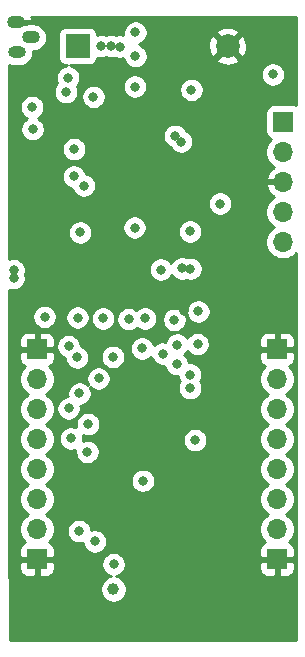
<source format=gbr>
%TF.GenerationSoftware,KiCad,Pcbnew,(5.1.6)-1*%
%TF.CreationDate,2022-09-14T08:17:57+02:00*%
%TF.ProjectId,LoRaWAN_EndNode_Microchip,4c6f5261-5741-44e5-9f45-6e644e6f6465,rev?*%
%TF.SameCoordinates,Original*%
%TF.FileFunction,Copper,L2,Inr*%
%TF.FilePolarity,Positive*%
%FSLAX46Y46*%
G04 Gerber Fmt 4.6, Leading zero omitted, Abs format (unit mm)*
G04 Created by KiCad (PCBNEW (5.1.6)-1) date 2022-09-14 08:17:57*
%MOMM*%
%LPD*%
G01*
G04 APERTURE LIST*
%TA.AperFunction,ViaPad*%
%ADD10C,2.000000*%
%TD*%
%TA.AperFunction,ViaPad*%
%ADD11R,2.000000X2.000000*%
%TD*%
%TA.AperFunction,ViaPad*%
%ADD12O,1.700000X1.700000*%
%TD*%
%TA.AperFunction,ViaPad*%
%ADD13R,1.700000X1.700000*%
%TD*%
%TA.AperFunction,ViaPad*%
%ADD14O,1.500000X1.100000*%
%TD*%
%TA.AperFunction,ViaPad*%
%ADD15O,1.500000X1.000000*%
%TD*%
%TA.AperFunction,ViaPad*%
%ADD16C,0.800000*%
%TD*%
%TA.AperFunction,ViaPad*%
%ADD17C,1.000000*%
%TD*%
%TA.AperFunction,Conductor*%
%ADD18C,0.254000*%
%TD*%
G04 APERTURE END LIST*
D10*
%TO.N,GND*%
%TO.C,B1*%
X207137000Y-74295000D03*
D11*
%TO.N,+BATT*%
X194437000Y-74295000D03*
%TD*%
D12*
%TO.N,/MCU_part/PGC*%
%TO.C,J1*%
X211836000Y-90868500D03*
%TO.N,/MCU_part/PGD*%
X211836000Y-88328500D03*
%TO.N,GND*%
X211836000Y-85788500D03*
%TO.N,+BATT*%
X211836000Y-83248500D03*
D13*
%TO.N,/MCU_part/MCLR*%
X211836000Y-80708500D03*
%TD*%
D14*
%TO.N,GND*%
%TO.C,U4*%
X189238000Y-72288400D03*
%TO.N,/MCU_part/temp_sens2*%
X190500000Y-73558400D03*
D15*
%TO.N,VDD*%
X189280000Y-74828400D03*
%TD*%
D13*
%TO.N,GND*%
%TO.C,CON1*%
X191008000Y-99949000D03*
D12*
%TO.N,DIO5*%
X191008000Y-102489000D03*
%TO.N,SCK*%
X191008000Y-105029000D03*
%TO.N,MISO*%
X191008000Y-107569000D03*
%TO.N,MOSI*%
X191008000Y-110109000D03*
%TO.N,NSS*%
X191008000Y-112649000D03*
%TO.N,VDD*%
X191008000Y-115189000D03*
D13*
%TO.N,GND*%
X191008000Y-117729000D03*
%TD*%
%TO.N,GND*%
%TO.C,CON2*%
X211328000Y-99949000D03*
D12*
%TO.N,Net-(CON2-Pad2)*%
X211328000Y-102489000D03*
%TO.N,Net-(CON2-Pad3)*%
X211328000Y-105029000D03*
%TO.N,DIO2*%
X211328000Y-107569000D03*
%TO.N,DIO1*%
X211328000Y-110109000D03*
%TO.N,DIO0*%
X211328000Y-112649000D03*
%TO.N,NRESET*%
X211328000Y-115189000D03*
D13*
%TO.N,GND*%
X211328000Y-117729000D03*
%TD*%
D16*
%TO.N,+BATT*%
X203990000Y-93140000D03*
X203280000Y-93120000D03*
X190640000Y-81320000D03*
X194130000Y-85330000D03*
X203210000Y-82380000D03*
X202710000Y-81880000D03*
X204070000Y-78000000D03*
X210970000Y-76690000D03*
X198020000Y-74330000D03*
X197255000Y-74295000D03*
X196455000Y-74295000D03*
%TO.N,GND*%
X204987631Y-104556031D03*
X207365600Y-109778800D03*
X202641200Y-117856000D03*
X203504800Y-117856000D03*
X204419200Y-117856000D03*
X205333600Y-117856000D03*
X193700400Y-113690400D03*
X193700400Y-114503200D03*
X193751200Y-116636800D03*
X206248000Y-117856000D03*
X207162400Y-117856000D03*
X203860400Y-111099600D03*
X201574400Y-117856000D03*
X200304400Y-117856000D03*
X204978000Y-111099600D03*
X207873600Y-110337600D03*
X204165200Y-83515200D03*
X200710800Y-83464400D03*
X204317600Y-86766400D03*
X200660000Y-86969600D03*
X203835000Y-114300000D03*
X205105000Y-114300000D03*
X206375000Y-114300000D03*
X206375000Y-115570000D03*
X205105000Y-115570000D03*
X203835000Y-115570000D03*
X207669543Y-99633642D03*
X202990000Y-112250000D03*
X200930000Y-115340000D03*
X195940000Y-112740000D03*
X193600000Y-109970000D03*
X203440000Y-96747500D03*
X191540000Y-76420000D03*
X191000000Y-84460000D03*
X192818400Y-91541600D03*
X193751200Y-117551200D03*
X196240000Y-124110000D03*
X212610000Y-76520000D03*
X212610000Y-75660000D03*
X212390000Y-74900000D03*
X211845000Y-74355000D03*
X211105000Y-74295000D03*
X210335000Y-74295000D03*
%TO.N,VDD*%
X194570000Y-115360000D03*
X199970000Y-111090000D03*
X197431999Y-100610500D03*
X204399708Y-107660030D03*
X189020000Y-93940000D03*
X189020000Y-93260000D03*
X195910000Y-116220000D03*
%TO.N,/RF_Part/50_ohm_ant*%
X197490000Y-118151000D03*
D17*
X197480000Y-120270000D03*
D16*
%TO.N,NSS*%
X195262500Y-108648500D03*
X194437000Y-97282000D03*
X195326000Y-106299000D03*
%TO.N,MOSI*%
X193865500Y-107505500D03*
X198755000Y-97409000D03*
%TO.N,MISO*%
X191643000Y-97218500D03*
X193675000Y-99695000D03*
X193675000Y-104965500D03*
%TO.N,SCK*%
X194601000Y-103695500D03*
X196596000Y-97345500D03*
X196215000Y-102425500D03*
%TO.N,DIO5*%
X194400000Y-100647500D03*
X199898000Y-99885500D03*
X200152000Y-97345500D03*
%TO.N,NRESET*%
X203962000Y-103251000D03*
X199263000Y-89662000D03*
%TO.N,DIO0*%
X204597000Y-99527000D03*
X204660500Y-96747500D03*
X203962000Y-102108000D03*
%TO.N,DIO1*%
X202882500Y-99568000D03*
X202628500Y-97472500D03*
X202819000Y-101219000D03*
%TO.N,DIO2*%
X201676000Y-100330000D03*
%TO.N,/MCU_part/MCLR*%
X190601600Y-79451200D03*
%TO.N,Net-(R301-Pad2)*%
X201485500Y-93218000D03*
X203962000Y-89979500D03*
%TO.N,Net-(R307-Pad1)*%
X194664500Y-90068400D03*
X194970400Y-86106000D03*
%TO.N,Net-(Rext1-Pad1)*%
X199339200Y-75145000D03*
X199339200Y-73138400D03*
X194143800Y-83007200D03*
X199288400Y-77724000D03*
%TO.N,/MCU_part/DONE*%
X195783200Y-78587600D03*
X193446400Y-78181200D03*
%TO.N,/MCU_part/WAKE_UP*%
X193649600Y-76962000D03*
X206502000Y-87630000D03*
%TD*%
D18*
%TO.N,GND*%
G36*
X212954000Y-79281730D02*
G01*
X212930180Y-79268998D01*
X212810482Y-79232688D01*
X212686000Y-79220428D01*
X210986000Y-79220428D01*
X210861518Y-79232688D01*
X210741820Y-79268998D01*
X210631506Y-79327963D01*
X210534815Y-79407315D01*
X210455463Y-79504006D01*
X210396498Y-79614320D01*
X210360188Y-79734018D01*
X210347928Y-79858500D01*
X210347928Y-81558500D01*
X210360188Y-81682982D01*
X210396498Y-81802680D01*
X210455463Y-81912994D01*
X210534815Y-82009685D01*
X210631506Y-82089037D01*
X210741820Y-82148002D01*
X210814380Y-82170013D01*
X210682525Y-82301868D01*
X210520010Y-82545089D01*
X210408068Y-82815342D01*
X210351000Y-83102240D01*
X210351000Y-83394760D01*
X210408068Y-83681658D01*
X210520010Y-83951911D01*
X210682525Y-84195132D01*
X210889368Y-84401975D01*
X211071534Y-84523695D01*
X210954645Y-84593322D01*
X210738412Y-84788231D01*
X210564359Y-85021580D01*
X210439175Y-85284401D01*
X210394524Y-85431610D01*
X210515845Y-85661500D01*
X211709000Y-85661500D01*
X211709000Y-85641500D01*
X211963000Y-85641500D01*
X211963000Y-85661500D01*
X211983000Y-85661500D01*
X211983000Y-85915500D01*
X211963000Y-85915500D01*
X211963000Y-85935500D01*
X211709000Y-85935500D01*
X211709000Y-85915500D01*
X210515845Y-85915500D01*
X210394524Y-86145390D01*
X210439175Y-86292599D01*
X210564359Y-86555420D01*
X210738412Y-86788769D01*
X210954645Y-86983678D01*
X211071534Y-87053305D01*
X210889368Y-87175025D01*
X210682525Y-87381868D01*
X210520010Y-87625089D01*
X210408068Y-87895342D01*
X210351000Y-88182240D01*
X210351000Y-88474760D01*
X210408068Y-88761658D01*
X210520010Y-89031911D01*
X210682525Y-89275132D01*
X210889368Y-89481975D01*
X211063760Y-89598500D01*
X210889368Y-89715025D01*
X210682525Y-89921868D01*
X210520010Y-90165089D01*
X210408068Y-90435342D01*
X210351000Y-90722240D01*
X210351000Y-91014760D01*
X210408068Y-91301658D01*
X210520010Y-91571911D01*
X210682525Y-91815132D01*
X210889368Y-92021975D01*
X211132589Y-92184490D01*
X211402842Y-92296432D01*
X211689740Y-92353500D01*
X211982260Y-92353500D01*
X212269158Y-92296432D01*
X212539411Y-92184490D01*
X212782632Y-92021975D01*
X212954000Y-91850607D01*
X212954001Y-124562000D01*
X188682724Y-124562000D01*
X188677550Y-120158212D01*
X196345000Y-120158212D01*
X196345000Y-120381788D01*
X196388617Y-120601067D01*
X196474176Y-120807624D01*
X196598388Y-120993520D01*
X196756480Y-121151612D01*
X196942376Y-121275824D01*
X197148933Y-121361383D01*
X197368212Y-121405000D01*
X197591788Y-121405000D01*
X197811067Y-121361383D01*
X198017624Y-121275824D01*
X198203520Y-121151612D01*
X198361612Y-120993520D01*
X198485824Y-120807624D01*
X198571383Y-120601067D01*
X198615000Y-120381788D01*
X198615000Y-120158212D01*
X198571383Y-119938933D01*
X198485824Y-119732376D01*
X198361612Y-119546480D01*
X198203520Y-119388388D01*
X198017624Y-119264176D01*
X197811067Y-119178617D01*
X197720062Y-119160515D01*
X197791898Y-119146226D01*
X197980256Y-119068205D01*
X198149774Y-118954937D01*
X198293937Y-118810774D01*
X198407205Y-118641256D01*
X198432992Y-118579000D01*
X209839928Y-118579000D01*
X209852188Y-118703482D01*
X209888498Y-118823180D01*
X209947463Y-118933494D01*
X210026815Y-119030185D01*
X210123506Y-119109537D01*
X210233820Y-119168502D01*
X210353518Y-119204812D01*
X210478000Y-119217072D01*
X211042250Y-119214000D01*
X211201000Y-119055250D01*
X211201000Y-117856000D01*
X211455000Y-117856000D01*
X211455000Y-119055250D01*
X211613750Y-119214000D01*
X212178000Y-119217072D01*
X212302482Y-119204812D01*
X212422180Y-119168502D01*
X212532494Y-119109537D01*
X212629185Y-119030185D01*
X212708537Y-118933494D01*
X212767502Y-118823180D01*
X212803812Y-118703482D01*
X212816072Y-118579000D01*
X212813000Y-118014750D01*
X212654250Y-117856000D01*
X211455000Y-117856000D01*
X211201000Y-117856000D01*
X210001750Y-117856000D01*
X209843000Y-118014750D01*
X209839928Y-118579000D01*
X198432992Y-118579000D01*
X198485226Y-118452898D01*
X198525000Y-118252939D01*
X198525000Y-118049061D01*
X198485226Y-117849102D01*
X198407205Y-117660744D01*
X198293937Y-117491226D01*
X198149774Y-117347063D01*
X197980256Y-117233795D01*
X197791898Y-117155774D01*
X197591939Y-117116000D01*
X197388061Y-117116000D01*
X197188102Y-117155774D01*
X196999744Y-117233795D01*
X196830226Y-117347063D01*
X196686063Y-117491226D01*
X196572795Y-117660744D01*
X196494774Y-117849102D01*
X196455000Y-118049061D01*
X196455000Y-118252939D01*
X196494774Y-118452898D01*
X196572795Y-118641256D01*
X196686063Y-118810774D01*
X196830226Y-118954937D01*
X196999744Y-119068205D01*
X197188102Y-119146226D01*
X197249938Y-119158526D01*
X197148933Y-119178617D01*
X196942376Y-119264176D01*
X196756480Y-119388388D01*
X196598388Y-119546480D01*
X196474176Y-119732376D01*
X196388617Y-119938933D01*
X196345000Y-120158212D01*
X188677550Y-120158212D01*
X188675694Y-118579000D01*
X189519928Y-118579000D01*
X189532188Y-118703482D01*
X189568498Y-118823180D01*
X189627463Y-118933494D01*
X189706815Y-119030185D01*
X189803506Y-119109537D01*
X189913820Y-119168502D01*
X190033518Y-119204812D01*
X190158000Y-119217072D01*
X190722250Y-119214000D01*
X190881000Y-119055250D01*
X190881000Y-117856000D01*
X191135000Y-117856000D01*
X191135000Y-119055250D01*
X191293750Y-119214000D01*
X191858000Y-119217072D01*
X191982482Y-119204812D01*
X192102180Y-119168502D01*
X192212494Y-119109537D01*
X192309185Y-119030185D01*
X192388537Y-118933494D01*
X192447502Y-118823180D01*
X192483812Y-118703482D01*
X192496072Y-118579000D01*
X192493000Y-118014750D01*
X192334250Y-117856000D01*
X191135000Y-117856000D01*
X190881000Y-117856000D01*
X189681750Y-117856000D01*
X189523000Y-118014750D01*
X189519928Y-118579000D01*
X188675694Y-118579000D01*
X188654801Y-100799000D01*
X189519928Y-100799000D01*
X189532188Y-100923482D01*
X189568498Y-101043180D01*
X189627463Y-101153494D01*
X189706815Y-101250185D01*
X189803506Y-101329537D01*
X189913820Y-101388502D01*
X189986380Y-101410513D01*
X189854525Y-101542368D01*
X189692010Y-101785589D01*
X189580068Y-102055842D01*
X189523000Y-102342740D01*
X189523000Y-102635260D01*
X189580068Y-102922158D01*
X189692010Y-103192411D01*
X189854525Y-103435632D01*
X190061368Y-103642475D01*
X190235760Y-103759000D01*
X190061368Y-103875525D01*
X189854525Y-104082368D01*
X189692010Y-104325589D01*
X189580068Y-104595842D01*
X189523000Y-104882740D01*
X189523000Y-105175260D01*
X189580068Y-105462158D01*
X189692010Y-105732411D01*
X189854525Y-105975632D01*
X190061368Y-106182475D01*
X190235760Y-106299000D01*
X190061368Y-106415525D01*
X189854525Y-106622368D01*
X189692010Y-106865589D01*
X189580068Y-107135842D01*
X189523000Y-107422740D01*
X189523000Y-107715260D01*
X189580068Y-108002158D01*
X189692010Y-108272411D01*
X189854525Y-108515632D01*
X190061368Y-108722475D01*
X190235760Y-108839000D01*
X190061368Y-108955525D01*
X189854525Y-109162368D01*
X189692010Y-109405589D01*
X189580068Y-109675842D01*
X189523000Y-109962740D01*
X189523000Y-110255260D01*
X189580068Y-110542158D01*
X189692010Y-110812411D01*
X189854525Y-111055632D01*
X190061368Y-111262475D01*
X190235760Y-111379000D01*
X190061368Y-111495525D01*
X189854525Y-111702368D01*
X189692010Y-111945589D01*
X189580068Y-112215842D01*
X189523000Y-112502740D01*
X189523000Y-112795260D01*
X189580068Y-113082158D01*
X189692010Y-113352411D01*
X189854525Y-113595632D01*
X190061368Y-113802475D01*
X190235760Y-113919000D01*
X190061368Y-114035525D01*
X189854525Y-114242368D01*
X189692010Y-114485589D01*
X189580068Y-114755842D01*
X189523000Y-115042740D01*
X189523000Y-115335260D01*
X189580068Y-115622158D01*
X189692010Y-115892411D01*
X189854525Y-116135632D01*
X189986380Y-116267487D01*
X189913820Y-116289498D01*
X189803506Y-116348463D01*
X189706815Y-116427815D01*
X189627463Y-116524506D01*
X189568498Y-116634820D01*
X189532188Y-116754518D01*
X189519928Y-116879000D01*
X189523000Y-117443250D01*
X189681750Y-117602000D01*
X190881000Y-117602000D01*
X190881000Y-117582000D01*
X191135000Y-117582000D01*
X191135000Y-117602000D01*
X192334250Y-117602000D01*
X192493000Y-117443250D01*
X192496072Y-116879000D01*
X192483812Y-116754518D01*
X192447502Y-116634820D01*
X192388537Y-116524506D01*
X192309185Y-116427815D01*
X192212494Y-116348463D01*
X192102180Y-116289498D01*
X192029620Y-116267487D01*
X192161475Y-116135632D01*
X192323990Y-115892411D01*
X192435932Y-115622158D01*
X192493000Y-115335260D01*
X192493000Y-115258061D01*
X193535000Y-115258061D01*
X193535000Y-115461939D01*
X193574774Y-115661898D01*
X193652795Y-115850256D01*
X193766063Y-116019774D01*
X193910226Y-116163937D01*
X194079744Y-116277205D01*
X194268102Y-116355226D01*
X194468061Y-116395000D01*
X194671939Y-116395000D01*
X194871898Y-116355226D01*
X194880881Y-116351505D01*
X194914774Y-116521898D01*
X194992795Y-116710256D01*
X195106063Y-116879774D01*
X195250226Y-117023937D01*
X195419744Y-117137205D01*
X195608102Y-117215226D01*
X195808061Y-117255000D01*
X196011939Y-117255000D01*
X196211898Y-117215226D01*
X196400256Y-117137205D01*
X196569774Y-117023937D01*
X196713937Y-116879774D01*
X196827205Y-116710256D01*
X196905226Y-116521898D01*
X196945000Y-116321939D01*
X196945000Y-116118061D01*
X196905226Y-115918102D01*
X196827205Y-115729744D01*
X196713937Y-115560226D01*
X196569774Y-115416063D01*
X196400256Y-115302795D01*
X196211898Y-115224774D01*
X196011939Y-115185000D01*
X195808061Y-115185000D01*
X195608102Y-115224774D01*
X195599119Y-115228495D01*
X195565226Y-115058102D01*
X195487205Y-114869744D01*
X195373937Y-114700226D01*
X195229774Y-114556063D01*
X195060256Y-114442795D01*
X194871898Y-114364774D01*
X194671939Y-114325000D01*
X194468061Y-114325000D01*
X194268102Y-114364774D01*
X194079744Y-114442795D01*
X193910226Y-114556063D01*
X193766063Y-114700226D01*
X193652795Y-114869744D01*
X193574774Y-115058102D01*
X193535000Y-115258061D01*
X192493000Y-115258061D01*
X192493000Y-115042740D01*
X192435932Y-114755842D01*
X192323990Y-114485589D01*
X192161475Y-114242368D01*
X191954632Y-114035525D01*
X191780240Y-113919000D01*
X191954632Y-113802475D01*
X192161475Y-113595632D01*
X192323990Y-113352411D01*
X192435932Y-113082158D01*
X192493000Y-112795260D01*
X192493000Y-112502740D01*
X192435932Y-112215842D01*
X192323990Y-111945589D01*
X192161475Y-111702368D01*
X191954632Y-111495525D01*
X191780240Y-111379000D01*
X191954632Y-111262475D01*
X192161475Y-111055632D01*
X192206624Y-110988061D01*
X198935000Y-110988061D01*
X198935000Y-111191939D01*
X198974774Y-111391898D01*
X199052795Y-111580256D01*
X199166063Y-111749774D01*
X199310226Y-111893937D01*
X199479744Y-112007205D01*
X199668102Y-112085226D01*
X199868061Y-112125000D01*
X200071939Y-112125000D01*
X200271898Y-112085226D01*
X200460256Y-112007205D01*
X200629774Y-111893937D01*
X200773937Y-111749774D01*
X200887205Y-111580256D01*
X200965226Y-111391898D01*
X201005000Y-111191939D01*
X201005000Y-110988061D01*
X200965226Y-110788102D01*
X200887205Y-110599744D01*
X200773937Y-110430226D01*
X200629774Y-110286063D01*
X200460256Y-110172795D01*
X200271898Y-110094774D01*
X200071939Y-110055000D01*
X199868061Y-110055000D01*
X199668102Y-110094774D01*
X199479744Y-110172795D01*
X199310226Y-110286063D01*
X199166063Y-110430226D01*
X199052795Y-110599744D01*
X198974774Y-110788102D01*
X198935000Y-110988061D01*
X192206624Y-110988061D01*
X192323990Y-110812411D01*
X192435932Y-110542158D01*
X192493000Y-110255260D01*
X192493000Y-109962740D01*
X192435932Y-109675842D01*
X192323990Y-109405589D01*
X192161475Y-109162368D01*
X191954632Y-108955525D01*
X191780240Y-108839000D01*
X191954632Y-108722475D01*
X192161475Y-108515632D01*
X192323990Y-108272411D01*
X192435932Y-108002158D01*
X192493000Y-107715260D01*
X192493000Y-107422740D01*
X192489186Y-107403561D01*
X192830500Y-107403561D01*
X192830500Y-107607439D01*
X192870274Y-107807398D01*
X192948295Y-107995756D01*
X193061563Y-108165274D01*
X193205726Y-108309437D01*
X193375244Y-108422705D01*
X193563602Y-108500726D01*
X193763561Y-108540500D01*
X193967439Y-108540500D01*
X194167398Y-108500726D01*
X194242832Y-108469480D01*
X194227500Y-108546561D01*
X194227500Y-108750439D01*
X194267274Y-108950398D01*
X194345295Y-109138756D01*
X194458563Y-109308274D01*
X194602726Y-109452437D01*
X194772244Y-109565705D01*
X194960602Y-109643726D01*
X195160561Y-109683500D01*
X195364439Y-109683500D01*
X195564398Y-109643726D01*
X195752756Y-109565705D01*
X195922274Y-109452437D01*
X196066437Y-109308274D01*
X196179705Y-109138756D01*
X196257726Y-108950398D01*
X196297500Y-108750439D01*
X196297500Y-108546561D01*
X196257726Y-108346602D01*
X196179705Y-108158244D01*
X196066437Y-107988726D01*
X195922274Y-107844563D01*
X195752756Y-107731295D01*
X195564398Y-107653274D01*
X195364439Y-107613500D01*
X195160561Y-107613500D01*
X194960602Y-107653274D01*
X194885168Y-107684520D01*
X194900500Y-107607439D01*
X194900500Y-107558091D01*
X203364708Y-107558091D01*
X203364708Y-107761969D01*
X203404482Y-107961928D01*
X203482503Y-108150286D01*
X203595771Y-108319804D01*
X203739934Y-108463967D01*
X203909452Y-108577235D01*
X204097810Y-108655256D01*
X204297769Y-108695030D01*
X204501647Y-108695030D01*
X204701606Y-108655256D01*
X204889964Y-108577235D01*
X205059482Y-108463967D01*
X205203645Y-108319804D01*
X205316913Y-108150286D01*
X205394934Y-107961928D01*
X205434708Y-107761969D01*
X205434708Y-107558091D01*
X205394934Y-107358132D01*
X205316913Y-107169774D01*
X205203645Y-107000256D01*
X205059482Y-106856093D01*
X204889964Y-106742825D01*
X204701606Y-106664804D01*
X204501647Y-106625030D01*
X204297769Y-106625030D01*
X204097810Y-106664804D01*
X203909452Y-106742825D01*
X203739934Y-106856093D01*
X203595771Y-107000256D01*
X203482503Y-107169774D01*
X203404482Y-107358132D01*
X203364708Y-107558091D01*
X194900500Y-107558091D01*
X194900500Y-107403561D01*
X194865701Y-107228614D01*
X195024102Y-107294226D01*
X195224061Y-107334000D01*
X195427939Y-107334000D01*
X195627898Y-107294226D01*
X195816256Y-107216205D01*
X195985774Y-107102937D01*
X196129937Y-106958774D01*
X196243205Y-106789256D01*
X196321226Y-106600898D01*
X196361000Y-106400939D01*
X196361000Y-106197061D01*
X196321226Y-105997102D01*
X196243205Y-105808744D01*
X196129937Y-105639226D01*
X195985774Y-105495063D01*
X195816256Y-105381795D01*
X195627898Y-105303774D01*
X195427939Y-105264000D01*
X195224061Y-105264000D01*
X195024102Y-105303774D01*
X194835744Y-105381795D01*
X194666226Y-105495063D01*
X194522063Y-105639226D01*
X194408795Y-105808744D01*
X194330774Y-105997102D01*
X194291000Y-106197061D01*
X194291000Y-106400939D01*
X194325799Y-106575886D01*
X194167398Y-106510274D01*
X193967439Y-106470500D01*
X193763561Y-106470500D01*
X193563602Y-106510274D01*
X193375244Y-106588295D01*
X193205726Y-106701563D01*
X193061563Y-106845726D01*
X192948295Y-107015244D01*
X192870274Y-107203602D01*
X192830500Y-107403561D01*
X192489186Y-107403561D01*
X192435932Y-107135842D01*
X192323990Y-106865589D01*
X192161475Y-106622368D01*
X191954632Y-106415525D01*
X191780240Y-106299000D01*
X191954632Y-106182475D01*
X192161475Y-105975632D01*
X192323990Y-105732411D01*
X192435932Y-105462158D01*
X192493000Y-105175260D01*
X192493000Y-104882740D01*
X192489186Y-104863561D01*
X192640000Y-104863561D01*
X192640000Y-105067439D01*
X192679774Y-105267398D01*
X192757795Y-105455756D01*
X192871063Y-105625274D01*
X193015226Y-105769437D01*
X193184744Y-105882705D01*
X193373102Y-105960726D01*
X193573061Y-106000500D01*
X193776939Y-106000500D01*
X193976898Y-105960726D01*
X194165256Y-105882705D01*
X194334774Y-105769437D01*
X194478937Y-105625274D01*
X194592205Y-105455756D01*
X194670226Y-105267398D01*
X194710000Y-105067439D01*
X194710000Y-104863561D01*
X194683533Y-104730500D01*
X194702939Y-104730500D01*
X194902898Y-104690726D01*
X195091256Y-104612705D01*
X195260774Y-104499437D01*
X195404937Y-104355274D01*
X195518205Y-104185756D01*
X195596226Y-103997398D01*
X195636000Y-103797439D01*
X195636000Y-103593561D01*
X195596226Y-103393602D01*
X195518205Y-103205244D01*
X195492374Y-103166585D01*
X195555226Y-103229437D01*
X195724744Y-103342705D01*
X195913102Y-103420726D01*
X196113061Y-103460500D01*
X196316939Y-103460500D01*
X196516898Y-103420726D01*
X196705256Y-103342705D01*
X196874774Y-103229437D01*
X197018937Y-103085274D01*
X197132205Y-102915756D01*
X197210226Y-102727398D01*
X197250000Y-102527439D01*
X197250000Y-102323561D01*
X197210226Y-102123602D01*
X197132205Y-101935244D01*
X197018937Y-101765726D01*
X196874774Y-101621563D01*
X196705256Y-101508295D01*
X196516898Y-101430274D01*
X196316939Y-101390500D01*
X196113061Y-101390500D01*
X195913102Y-101430274D01*
X195724744Y-101508295D01*
X195555226Y-101621563D01*
X195411063Y-101765726D01*
X195297795Y-101935244D01*
X195219774Y-102123602D01*
X195180000Y-102323561D01*
X195180000Y-102527439D01*
X195219774Y-102727398D01*
X195297795Y-102915756D01*
X195323626Y-102954415D01*
X195260774Y-102891563D01*
X195091256Y-102778295D01*
X194902898Y-102700274D01*
X194702939Y-102660500D01*
X194499061Y-102660500D01*
X194299102Y-102700274D01*
X194110744Y-102778295D01*
X193941226Y-102891563D01*
X193797063Y-103035726D01*
X193683795Y-103205244D01*
X193605774Y-103393602D01*
X193566000Y-103593561D01*
X193566000Y-103797439D01*
X193592467Y-103930500D01*
X193573061Y-103930500D01*
X193373102Y-103970274D01*
X193184744Y-104048295D01*
X193015226Y-104161563D01*
X192871063Y-104305726D01*
X192757795Y-104475244D01*
X192679774Y-104663602D01*
X192640000Y-104863561D01*
X192489186Y-104863561D01*
X192435932Y-104595842D01*
X192323990Y-104325589D01*
X192161475Y-104082368D01*
X191954632Y-103875525D01*
X191780240Y-103759000D01*
X191954632Y-103642475D01*
X192161475Y-103435632D01*
X192323990Y-103192411D01*
X192435932Y-102922158D01*
X192493000Y-102635260D01*
X192493000Y-102342740D01*
X192435932Y-102055842D01*
X192323990Y-101785589D01*
X192161475Y-101542368D01*
X192029620Y-101410513D01*
X192102180Y-101388502D01*
X192212494Y-101329537D01*
X192309185Y-101250185D01*
X192388537Y-101153494D01*
X192447502Y-101043180D01*
X192483812Y-100923482D01*
X192496072Y-100799000D01*
X192493000Y-100234750D01*
X192334250Y-100076000D01*
X191135000Y-100076000D01*
X191135000Y-100096000D01*
X190881000Y-100096000D01*
X190881000Y-100076000D01*
X189681750Y-100076000D01*
X189523000Y-100234750D01*
X189519928Y-100799000D01*
X188654801Y-100799000D01*
X188652804Y-99099000D01*
X189519928Y-99099000D01*
X189523000Y-99663250D01*
X189681750Y-99822000D01*
X190881000Y-99822000D01*
X190881000Y-98622750D01*
X191135000Y-98622750D01*
X191135000Y-99822000D01*
X192334250Y-99822000D01*
X192493000Y-99663250D01*
X192493382Y-99593061D01*
X192640000Y-99593061D01*
X192640000Y-99796939D01*
X192679774Y-99996898D01*
X192757795Y-100185256D01*
X192871063Y-100354774D01*
X193015226Y-100498937D01*
X193184744Y-100612205D01*
X193365000Y-100686870D01*
X193365000Y-100749439D01*
X193404774Y-100949398D01*
X193482795Y-101137756D01*
X193596063Y-101307274D01*
X193740226Y-101451437D01*
X193909744Y-101564705D01*
X194098102Y-101642726D01*
X194298061Y-101682500D01*
X194501939Y-101682500D01*
X194701898Y-101642726D01*
X194890256Y-101564705D01*
X195059774Y-101451437D01*
X195203937Y-101307274D01*
X195317205Y-101137756D01*
X195395226Y-100949398D01*
X195435000Y-100749439D01*
X195435000Y-100545561D01*
X195427641Y-100508561D01*
X196396999Y-100508561D01*
X196396999Y-100712439D01*
X196436773Y-100912398D01*
X196514794Y-101100756D01*
X196628062Y-101270274D01*
X196772225Y-101414437D01*
X196941743Y-101527705D01*
X197130101Y-101605726D01*
X197330060Y-101645500D01*
X197533938Y-101645500D01*
X197733897Y-101605726D01*
X197922255Y-101527705D01*
X198091773Y-101414437D01*
X198235936Y-101270274D01*
X198349204Y-101100756D01*
X198427225Y-100912398D01*
X198466999Y-100712439D01*
X198466999Y-100508561D01*
X198427225Y-100308602D01*
X198349204Y-100120244D01*
X198235936Y-99950726D01*
X198091773Y-99806563D01*
X198057348Y-99783561D01*
X198863000Y-99783561D01*
X198863000Y-99987439D01*
X198902774Y-100187398D01*
X198980795Y-100375756D01*
X199094063Y-100545274D01*
X199238226Y-100689437D01*
X199407744Y-100802705D01*
X199596102Y-100880726D01*
X199796061Y-100920500D01*
X199999939Y-100920500D01*
X200199898Y-100880726D01*
X200388256Y-100802705D01*
X200557774Y-100689437D01*
X200669913Y-100577298D01*
X200680774Y-100631898D01*
X200758795Y-100820256D01*
X200872063Y-100989774D01*
X201016226Y-101133937D01*
X201185744Y-101247205D01*
X201374102Y-101325226D01*
X201574061Y-101365000D01*
X201777939Y-101365000D01*
X201792200Y-101362163D01*
X201823774Y-101520898D01*
X201901795Y-101709256D01*
X202015063Y-101878774D01*
X202159226Y-102022937D01*
X202328744Y-102136205D01*
X202517102Y-102214226D01*
X202717061Y-102254000D01*
X202920939Y-102254000D01*
X202935200Y-102251163D01*
X202966774Y-102409898D01*
X203044795Y-102598256D01*
X203099080Y-102679500D01*
X203044795Y-102760744D01*
X202966774Y-102949102D01*
X202927000Y-103149061D01*
X202927000Y-103352939D01*
X202966774Y-103552898D01*
X203044795Y-103741256D01*
X203158063Y-103910774D01*
X203302226Y-104054937D01*
X203471744Y-104168205D01*
X203660102Y-104246226D01*
X203860061Y-104286000D01*
X204063939Y-104286000D01*
X204263898Y-104246226D01*
X204452256Y-104168205D01*
X204621774Y-104054937D01*
X204765937Y-103910774D01*
X204879205Y-103741256D01*
X204957226Y-103552898D01*
X204997000Y-103352939D01*
X204997000Y-103149061D01*
X204957226Y-102949102D01*
X204879205Y-102760744D01*
X204824920Y-102679500D01*
X204879205Y-102598256D01*
X204957226Y-102409898D01*
X204997000Y-102209939D01*
X204997000Y-102006061D01*
X204957226Y-101806102D01*
X204879205Y-101617744D01*
X204765937Y-101448226D01*
X204621774Y-101304063D01*
X204452256Y-101190795D01*
X204263898Y-101112774D01*
X204063939Y-101073000D01*
X203860061Y-101073000D01*
X203845800Y-101075837D01*
X203814226Y-100917102D01*
X203765307Y-100799000D01*
X209839928Y-100799000D01*
X209852188Y-100923482D01*
X209888498Y-101043180D01*
X209947463Y-101153494D01*
X210026815Y-101250185D01*
X210123506Y-101329537D01*
X210233820Y-101388502D01*
X210306380Y-101410513D01*
X210174525Y-101542368D01*
X210012010Y-101785589D01*
X209900068Y-102055842D01*
X209843000Y-102342740D01*
X209843000Y-102635260D01*
X209900068Y-102922158D01*
X210012010Y-103192411D01*
X210174525Y-103435632D01*
X210381368Y-103642475D01*
X210555760Y-103759000D01*
X210381368Y-103875525D01*
X210174525Y-104082368D01*
X210012010Y-104325589D01*
X209900068Y-104595842D01*
X209843000Y-104882740D01*
X209843000Y-105175260D01*
X209900068Y-105462158D01*
X210012010Y-105732411D01*
X210174525Y-105975632D01*
X210381368Y-106182475D01*
X210555760Y-106299000D01*
X210381368Y-106415525D01*
X210174525Y-106622368D01*
X210012010Y-106865589D01*
X209900068Y-107135842D01*
X209843000Y-107422740D01*
X209843000Y-107715260D01*
X209900068Y-108002158D01*
X210012010Y-108272411D01*
X210174525Y-108515632D01*
X210381368Y-108722475D01*
X210555760Y-108839000D01*
X210381368Y-108955525D01*
X210174525Y-109162368D01*
X210012010Y-109405589D01*
X209900068Y-109675842D01*
X209843000Y-109962740D01*
X209843000Y-110255260D01*
X209900068Y-110542158D01*
X210012010Y-110812411D01*
X210174525Y-111055632D01*
X210381368Y-111262475D01*
X210555760Y-111379000D01*
X210381368Y-111495525D01*
X210174525Y-111702368D01*
X210012010Y-111945589D01*
X209900068Y-112215842D01*
X209843000Y-112502740D01*
X209843000Y-112795260D01*
X209900068Y-113082158D01*
X210012010Y-113352411D01*
X210174525Y-113595632D01*
X210381368Y-113802475D01*
X210555760Y-113919000D01*
X210381368Y-114035525D01*
X210174525Y-114242368D01*
X210012010Y-114485589D01*
X209900068Y-114755842D01*
X209843000Y-115042740D01*
X209843000Y-115335260D01*
X209900068Y-115622158D01*
X210012010Y-115892411D01*
X210174525Y-116135632D01*
X210306380Y-116267487D01*
X210233820Y-116289498D01*
X210123506Y-116348463D01*
X210026815Y-116427815D01*
X209947463Y-116524506D01*
X209888498Y-116634820D01*
X209852188Y-116754518D01*
X209839928Y-116879000D01*
X209843000Y-117443250D01*
X210001750Y-117602000D01*
X211201000Y-117602000D01*
X211201000Y-117582000D01*
X211455000Y-117582000D01*
X211455000Y-117602000D01*
X212654250Y-117602000D01*
X212813000Y-117443250D01*
X212816072Y-116879000D01*
X212803812Y-116754518D01*
X212767502Y-116634820D01*
X212708537Y-116524506D01*
X212629185Y-116427815D01*
X212532494Y-116348463D01*
X212422180Y-116289498D01*
X212349620Y-116267487D01*
X212481475Y-116135632D01*
X212643990Y-115892411D01*
X212755932Y-115622158D01*
X212813000Y-115335260D01*
X212813000Y-115042740D01*
X212755932Y-114755842D01*
X212643990Y-114485589D01*
X212481475Y-114242368D01*
X212274632Y-114035525D01*
X212100240Y-113919000D01*
X212274632Y-113802475D01*
X212481475Y-113595632D01*
X212643990Y-113352411D01*
X212755932Y-113082158D01*
X212813000Y-112795260D01*
X212813000Y-112502740D01*
X212755932Y-112215842D01*
X212643990Y-111945589D01*
X212481475Y-111702368D01*
X212274632Y-111495525D01*
X212100240Y-111379000D01*
X212274632Y-111262475D01*
X212481475Y-111055632D01*
X212643990Y-110812411D01*
X212755932Y-110542158D01*
X212813000Y-110255260D01*
X212813000Y-109962740D01*
X212755932Y-109675842D01*
X212643990Y-109405589D01*
X212481475Y-109162368D01*
X212274632Y-108955525D01*
X212100240Y-108839000D01*
X212274632Y-108722475D01*
X212481475Y-108515632D01*
X212643990Y-108272411D01*
X212755932Y-108002158D01*
X212813000Y-107715260D01*
X212813000Y-107422740D01*
X212755932Y-107135842D01*
X212643990Y-106865589D01*
X212481475Y-106622368D01*
X212274632Y-106415525D01*
X212100240Y-106299000D01*
X212274632Y-106182475D01*
X212481475Y-105975632D01*
X212643990Y-105732411D01*
X212755932Y-105462158D01*
X212813000Y-105175260D01*
X212813000Y-104882740D01*
X212755932Y-104595842D01*
X212643990Y-104325589D01*
X212481475Y-104082368D01*
X212274632Y-103875525D01*
X212100240Y-103759000D01*
X212274632Y-103642475D01*
X212481475Y-103435632D01*
X212643990Y-103192411D01*
X212755932Y-102922158D01*
X212813000Y-102635260D01*
X212813000Y-102342740D01*
X212755932Y-102055842D01*
X212643990Y-101785589D01*
X212481475Y-101542368D01*
X212349620Y-101410513D01*
X212422180Y-101388502D01*
X212532494Y-101329537D01*
X212629185Y-101250185D01*
X212708537Y-101153494D01*
X212767502Y-101043180D01*
X212803812Y-100923482D01*
X212816072Y-100799000D01*
X212813000Y-100234750D01*
X212654250Y-100076000D01*
X211455000Y-100076000D01*
X211455000Y-100096000D01*
X211201000Y-100096000D01*
X211201000Y-100076000D01*
X210001750Y-100076000D01*
X209843000Y-100234750D01*
X209839928Y-100799000D01*
X203765307Y-100799000D01*
X203736205Y-100728744D01*
X203622937Y-100559226D01*
X203478774Y-100415063D01*
X203478253Y-100414715D01*
X203542274Y-100371937D01*
X203686437Y-100227774D01*
X203753448Y-100127485D01*
X203793063Y-100186774D01*
X203937226Y-100330937D01*
X204106744Y-100444205D01*
X204295102Y-100522226D01*
X204495061Y-100562000D01*
X204698939Y-100562000D01*
X204898898Y-100522226D01*
X205087256Y-100444205D01*
X205256774Y-100330937D01*
X205400937Y-100186774D01*
X205514205Y-100017256D01*
X205592226Y-99828898D01*
X205632000Y-99628939D01*
X205632000Y-99425061D01*
X205592226Y-99225102D01*
X205539993Y-99099000D01*
X209839928Y-99099000D01*
X209843000Y-99663250D01*
X210001750Y-99822000D01*
X211201000Y-99822000D01*
X211201000Y-98622750D01*
X211455000Y-98622750D01*
X211455000Y-99822000D01*
X212654250Y-99822000D01*
X212813000Y-99663250D01*
X212816072Y-99099000D01*
X212803812Y-98974518D01*
X212767502Y-98854820D01*
X212708537Y-98744506D01*
X212629185Y-98647815D01*
X212532494Y-98568463D01*
X212422180Y-98509498D01*
X212302482Y-98473188D01*
X212178000Y-98460928D01*
X211613750Y-98464000D01*
X211455000Y-98622750D01*
X211201000Y-98622750D01*
X211042250Y-98464000D01*
X210478000Y-98460928D01*
X210353518Y-98473188D01*
X210233820Y-98509498D01*
X210123506Y-98568463D01*
X210026815Y-98647815D01*
X209947463Y-98744506D01*
X209888498Y-98854820D01*
X209852188Y-98974518D01*
X209839928Y-99099000D01*
X205539993Y-99099000D01*
X205514205Y-99036744D01*
X205400937Y-98867226D01*
X205256774Y-98723063D01*
X205087256Y-98609795D01*
X204898898Y-98531774D01*
X204698939Y-98492000D01*
X204495061Y-98492000D01*
X204295102Y-98531774D01*
X204106744Y-98609795D01*
X203937226Y-98723063D01*
X203793063Y-98867226D01*
X203726052Y-98967515D01*
X203686437Y-98908226D01*
X203542274Y-98764063D01*
X203372756Y-98650795D01*
X203184398Y-98572774D01*
X202984439Y-98533000D01*
X202780561Y-98533000D01*
X202580602Y-98572774D01*
X202392244Y-98650795D01*
X202222726Y-98764063D01*
X202078563Y-98908226D01*
X201965295Y-99077744D01*
X201887274Y-99266102D01*
X201877583Y-99314820D01*
X201777939Y-99295000D01*
X201574061Y-99295000D01*
X201374102Y-99334774D01*
X201185744Y-99412795D01*
X201016226Y-99526063D01*
X200904087Y-99638202D01*
X200893226Y-99583602D01*
X200815205Y-99395244D01*
X200701937Y-99225726D01*
X200557774Y-99081563D01*
X200388256Y-98968295D01*
X200199898Y-98890274D01*
X199999939Y-98850500D01*
X199796061Y-98850500D01*
X199596102Y-98890274D01*
X199407744Y-98968295D01*
X199238226Y-99081563D01*
X199094063Y-99225726D01*
X198980795Y-99395244D01*
X198902774Y-99583602D01*
X198863000Y-99783561D01*
X198057348Y-99783561D01*
X197922255Y-99693295D01*
X197733897Y-99615274D01*
X197533938Y-99575500D01*
X197330060Y-99575500D01*
X197130101Y-99615274D01*
X196941743Y-99693295D01*
X196772225Y-99806563D01*
X196628062Y-99950726D01*
X196514794Y-100120244D01*
X196436773Y-100308602D01*
X196396999Y-100508561D01*
X195427641Y-100508561D01*
X195395226Y-100345602D01*
X195317205Y-100157244D01*
X195203937Y-99987726D01*
X195059774Y-99843563D01*
X194890256Y-99730295D01*
X194710000Y-99655630D01*
X194710000Y-99593061D01*
X194670226Y-99393102D01*
X194592205Y-99204744D01*
X194478937Y-99035226D01*
X194334774Y-98891063D01*
X194165256Y-98777795D01*
X193976898Y-98699774D01*
X193776939Y-98660000D01*
X193573061Y-98660000D01*
X193373102Y-98699774D01*
X193184744Y-98777795D01*
X193015226Y-98891063D01*
X192871063Y-99035226D01*
X192757795Y-99204744D01*
X192679774Y-99393102D01*
X192640000Y-99593061D01*
X192493382Y-99593061D01*
X192496072Y-99099000D01*
X192483812Y-98974518D01*
X192447502Y-98854820D01*
X192388537Y-98744506D01*
X192309185Y-98647815D01*
X192212494Y-98568463D01*
X192102180Y-98509498D01*
X191982482Y-98473188D01*
X191858000Y-98460928D01*
X191293750Y-98464000D01*
X191135000Y-98622750D01*
X190881000Y-98622750D01*
X190722250Y-98464000D01*
X190158000Y-98460928D01*
X190033518Y-98473188D01*
X189913820Y-98509498D01*
X189803506Y-98568463D01*
X189706815Y-98647815D01*
X189627463Y-98744506D01*
X189568498Y-98854820D01*
X189532188Y-98974518D01*
X189519928Y-99099000D01*
X188652804Y-99099000D01*
X188650474Y-97116561D01*
X190608000Y-97116561D01*
X190608000Y-97320439D01*
X190647774Y-97520398D01*
X190725795Y-97708756D01*
X190839063Y-97878274D01*
X190983226Y-98022437D01*
X191152744Y-98135705D01*
X191341102Y-98213726D01*
X191541061Y-98253500D01*
X191744939Y-98253500D01*
X191944898Y-98213726D01*
X192133256Y-98135705D01*
X192302774Y-98022437D01*
X192446937Y-97878274D01*
X192560205Y-97708756D01*
X192638226Y-97520398D01*
X192678000Y-97320439D01*
X192678000Y-97180061D01*
X193402000Y-97180061D01*
X193402000Y-97383939D01*
X193441774Y-97583898D01*
X193519795Y-97772256D01*
X193633063Y-97941774D01*
X193777226Y-98085937D01*
X193946744Y-98199205D01*
X194135102Y-98277226D01*
X194335061Y-98317000D01*
X194538939Y-98317000D01*
X194738898Y-98277226D01*
X194927256Y-98199205D01*
X195096774Y-98085937D01*
X195240937Y-97941774D01*
X195354205Y-97772256D01*
X195432226Y-97583898D01*
X195472000Y-97383939D01*
X195472000Y-97243561D01*
X195561000Y-97243561D01*
X195561000Y-97447439D01*
X195600774Y-97647398D01*
X195678795Y-97835756D01*
X195792063Y-98005274D01*
X195936226Y-98149437D01*
X196105744Y-98262705D01*
X196294102Y-98340726D01*
X196494061Y-98380500D01*
X196697939Y-98380500D01*
X196897898Y-98340726D01*
X197086256Y-98262705D01*
X197255774Y-98149437D01*
X197399937Y-98005274D01*
X197513205Y-97835756D01*
X197591226Y-97647398D01*
X197631000Y-97447439D01*
X197631000Y-97307061D01*
X197720000Y-97307061D01*
X197720000Y-97510939D01*
X197759774Y-97710898D01*
X197837795Y-97899256D01*
X197951063Y-98068774D01*
X198095226Y-98212937D01*
X198264744Y-98326205D01*
X198453102Y-98404226D01*
X198653061Y-98444000D01*
X198856939Y-98444000D01*
X199056898Y-98404226D01*
X199245256Y-98326205D01*
X199414774Y-98212937D01*
X199485250Y-98142461D01*
X199492226Y-98149437D01*
X199661744Y-98262705D01*
X199850102Y-98340726D01*
X200050061Y-98380500D01*
X200253939Y-98380500D01*
X200453898Y-98340726D01*
X200642256Y-98262705D01*
X200811774Y-98149437D01*
X200955937Y-98005274D01*
X201069205Y-97835756D01*
X201147226Y-97647398D01*
X201187000Y-97447439D01*
X201187000Y-97370561D01*
X201593500Y-97370561D01*
X201593500Y-97574439D01*
X201633274Y-97774398D01*
X201711295Y-97962756D01*
X201824563Y-98132274D01*
X201968726Y-98276437D01*
X202138244Y-98389705D01*
X202326602Y-98467726D01*
X202526561Y-98507500D01*
X202730439Y-98507500D01*
X202930398Y-98467726D01*
X203118756Y-98389705D01*
X203288274Y-98276437D01*
X203432437Y-98132274D01*
X203545705Y-97962756D01*
X203623726Y-97774398D01*
X203663500Y-97574439D01*
X203663500Y-97370561D01*
X203623726Y-97170602D01*
X203545705Y-96982244D01*
X203432437Y-96812726D01*
X203288274Y-96668563D01*
X203253849Y-96645561D01*
X203625500Y-96645561D01*
X203625500Y-96849439D01*
X203665274Y-97049398D01*
X203743295Y-97237756D01*
X203856563Y-97407274D01*
X204000726Y-97551437D01*
X204170244Y-97664705D01*
X204358602Y-97742726D01*
X204558561Y-97782500D01*
X204762439Y-97782500D01*
X204962398Y-97742726D01*
X205150756Y-97664705D01*
X205320274Y-97551437D01*
X205464437Y-97407274D01*
X205577705Y-97237756D01*
X205655726Y-97049398D01*
X205695500Y-96849439D01*
X205695500Y-96645561D01*
X205655726Y-96445602D01*
X205577705Y-96257244D01*
X205464437Y-96087726D01*
X205320274Y-95943563D01*
X205150756Y-95830295D01*
X204962398Y-95752274D01*
X204762439Y-95712500D01*
X204558561Y-95712500D01*
X204358602Y-95752274D01*
X204170244Y-95830295D01*
X204000726Y-95943563D01*
X203856563Y-96087726D01*
X203743295Y-96257244D01*
X203665274Y-96445602D01*
X203625500Y-96645561D01*
X203253849Y-96645561D01*
X203118756Y-96555295D01*
X202930398Y-96477274D01*
X202730439Y-96437500D01*
X202526561Y-96437500D01*
X202326602Y-96477274D01*
X202138244Y-96555295D01*
X201968726Y-96668563D01*
X201824563Y-96812726D01*
X201711295Y-96982244D01*
X201633274Y-97170602D01*
X201593500Y-97370561D01*
X201187000Y-97370561D01*
X201187000Y-97243561D01*
X201147226Y-97043602D01*
X201069205Y-96855244D01*
X200955937Y-96685726D01*
X200811774Y-96541563D01*
X200642256Y-96428295D01*
X200453898Y-96350274D01*
X200253939Y-96310500D01*
X200050061Y-96310500D01*
X199850102Y-96350274D01*
X199661744Y-96428295D01*
X199492226Y-96541563D01*
X199421750Y-96612039D01*
X199414774Y-96605063D01*
X199245256Y-96491795D01*
X199056898Y-96413774D01*
X198856939Y-96374000D01*
X198653061Y-96374000D01*
X198453102Y-96413774D01*
X198264744Y-96491795D01*
X198095226Y-96605063D01*
X197951063Y-96749226D01*
X197837795Y-96918744D01*
X197759774Y-97107102D01*
X197720000Y-97307061D01*
X197631000Y-97307061D01*
X197631000Y-97243561D01*
X197591226Y-97043602D01*
X197513205Y-96855244D01*
X197399937Y-96685726D01*
X197255774Y-96541563D01*
X197086256Y-96428295D01*
X196897898Y-96350274D01*
X196697939Y-96310500D01*
X196494061Y-96310500D01*
X196294102Y-96350274D01*
X196105744Y-96428295D01*
X195936226Y-96541563D01*
X195792063Y-96685726D01*
X195678795Y-96855244D01*
X195600774Y-97043602D01*
X195561000Y-97243561D01*
X195472000Y-97243561D01*
X195472000Y-97180061D01*
X195432226Y-96980102D01*
X195354205Y-96791744D01*
X195240937Y-96622226D01*
X195096774Y-96478063D01*
X194927256Y-96364795D01*
X194738898Y-96286774D01*
X194538939Y-96247000D01*
X194335061Y-96247000D01*
X194135102Y-96286774D01*
X193946744Y-96364795D01*
X193777226Y-96478063D01*
X193633063Y-96622226D01*
X193519795Y-96791744D01*
X193441774Y-96980102D01*
X193402000Y-97180061D01*
X192678000Y-97180061D01*
X192678000Y-97116561D01*
X192638226Y-96916602D01*
X192560205Y-96728244D01*
X192446937Y-96558726D01*
X192302774Y-96414563D01*
X192133256Y-96301295D01*
X191944898Y-96223274D01*
X191744939Y-96183500D01*
X191541061Y-96183500D01*
X191341102Y-96223274D01*
X191152744Y-96301295D01*
X190983226Y-96414563D01*
X190839063Y-96558726D01*
X190725795Y-96728244D01*
X190647774Y-96916602D01*
X190608000Y-97116561D01*
X188650474Y-97116561D01*
X188647876Y-94906137D01*
X188718102Y-94935226D01*
X188918061Y-94975000D01*
X189121939Y-94975000D01*
X189321898Y-94935226D01*
X189510256Y-94857205D01*
X189679774Y-94743937D01*
X189823937Y-94599774D01*
X189937205Y-94430256D01*
X190015226Y-94241898D01*
X190055000Y-94041939D01*
X190055000Y-93838061D01*
X190015226Y-93638102D01*
X189999444Y-93600000D01*
X190015226Y-93561898D01*
X190055000Y-93361939D01*
X190055000Y-93158061D01*
X190046646Y-93116061D01*
X200450500Y-93116061D01*
X200450500Y-93319939D01*
X200490274Y-93519898D01*
X200568295Y-93708256D01*
X200681563Y-93877774D01*
X200825726Y-94021937D01*
X200995244Y-94135205D01*
X201183602Y-94213226D01*
X201383561Y-94253000D01*
X201587439Y-94253000D01*
X201787398Y-94213226D01*
X201975756Y-94135205D01*
X202145274Y-94021937D01*
X202289437Y-93877774D01*
X202402705Y-93708256D01*
X202412491Y-93684631D01*
X202476063Y-93779774D01*
X202620226Y-93923937D01*
X202789744Y-94037205D01*
X202978102Y-94115226D01*
X203178061Y-94155000D01*
X203381939Y-94155000D01*
X203581898Y-94115226D01*
X203610858Y-94103230D01*
X203688102Y-94135226D01*
X203888061Y-94175000D01*
X204091939Y-94175000D01*
X204291898Y-94135226D01*
X204480256Y-94057205D01*
X204649774Y-93943937D01*
X204793937Y-93799774D01*
X204907205Y-93630256D01*
X204985226Y-93441898D01*
X205025000Y-93241939D01*
X205025000Y-93038061D01*
X204985226Y-92838102D01*
X204907205Y-92649744D01*
X204793937Y-92480226D01*
X204649774Y-92336063D01*
X204480256Y-92222795D01*
X204291898Y-92144774D01*
X204091939Y-92105000D01*
X203888061Y-92105000D01*
X203688102Y-92144774D01*
X203659142Y-92156770D01*
X203581898Y-92124774D01*
X203381939Y-92085000D01*
X203178061Y-92085000D01*
X202978102Y-92124774D01*
X202789744Y-92202795D01*
X202620226Y-92316063D01*
X202476063Y-92460226D01*
X202362795Y-92629744D01*
X202353009Y-92653369D01*
X202289437Y-92558226D01*
X202145274Y-92414063D01*
X201975756Y-92300795D01*
X201787398Y-92222774D01*
X201587439Y-92183000D01*
X201383561Y-92183000D01*
X201183602Y-92222774D01*
X200995244Y-92300795D01*
X200825726Y-92414063D01*
X200681563Y-92558226D01*
X200568295Y-92727744D01*
X200490274Y-92916102D01*
X200450500Y-93116061D01*
X190046646Y-93116061D01*
X190015226Y-92958102D01*
X189937205Y-92769744D01*
X189823937Y-92600226D01*
X189679774Y-92456063D01*
X189510256Y-92342795D01*
X189321898Y-92264774D01*
X189121939Y-92225000D01*
X188918061Y-92225000D01*
X188718102Y-92264774D01*
X188644808Y-92295134D01*
X188642072Y-89966461D01*
X193629500Y-89966461D01*
X193629500Y-90170339D01*
X193669274Y-90370298D01*
X193747295Y-90558656D01*
X193860563Y-90728174D01*
X194004726Y-90872337D01*
X194174244Y-90985605D01*
X194362602Y-91063626D01*
X194562561Y-91103400D01*
X194766439Y-91103400D01*
X194966398Y-91063626D01*
X195154756Y-90985605D01*
X195324274Y-90872337D01*
X195468437Y-90728174D01*
X195581705Y-90558656D01*
X195659726Y-90370298D01*
X195699500Y-90170339D01*
X195699500Y-89966461D01*
X195659726Y-89766502D01*
X195581705Y-89578144D01*
X195569623Y-89560061D01*
X198228000Y-89560061D01*
X198228000Y-89763939D01*
X198267774Y-89963898D01*
X198345795Y-90152256D01*
X198459063Y-90321774D01*
X198603226Y-90465937D01*
X198772744Y-90579205D01*
X198961102Y-90657226D01*
X199161061Y-90697000D01*
X199364939Y-90697000D01*
X199564898Y-90657226D01*
X199753256Y-90579205D01*
X199922774Y-90465937D01*
X200066937Y-90321774D01*
X200180205Y-90152256D01*
X200258226Y-89963898D01*
X200275399Y-89877561D01*
X202927000Y-89877561D01*
X202927000Y-90081439D01*
X202966774Y-90281398D01*
X203044795Y-90469756D01*
X203158063Y-90639274D01*
X203302226Y-90783437D01*
X203471744Y-90896705D01*
X203660102Y-90974726D01*
X203860061Y-91014500D01*
X204063939Y-91014500D01*
X204263898Y-90974726D01*
X204452256Y-90896705D01*
X204621774Y-90783437D01*
X204765937Y-90639274D01*
X204879205Y-90469756D01*
X204957226Y-90281398D01*
X204997000Y-90081439D01*
X204997000Y-89877561D01*
X204957226Y-89677602D01*
X204879205Y-89489244D01*
X204765937Y-89319726D01*
X204621774Y-89175563D01*
X204452256Y-89062295D01*
X204263898Y-88984274D01*
X204063939Y-88944500D01*
X203860061Y-88944500D01*
X203660102Y-88984274D01*
X203471744Y-89062295D01*
X203302226Y-89175563D01*
X203158063Y-89319726D01*
X203044795Y-89489244D01*
X202966774Y-89677602D01*
X202927000Y-89877561D01*
X200275399Y-89877561D01*
X200298000Y-89763939D01*
X200298000Y-89560061D01*
X200258226Y-89360102D01*
X200180205Y-89171744D01*
X200066937Y-89002226D01*
X199922774Y-88858063D01*
X199753256Y-88744795D01*
X199564898Y-88666774D01*
X199364939Y-88627000D01*
X199161061Y-88627000D01*
X198961102Y-88666774D01*
X198772744Y-88744795D01*
X198603226Y-88858063D01*
X198459063Y-89002226D01*
X198345795Y-89171744D01*
X198267774Y-89360102D01*
X198228000Y-89560061D01*
X195569623Y-89560061D01*
X195468437Y-89408626D01*
X195324274Y-89264463D01*
X195154756Y-89151195D01*
X194966398Y-89073174D01*
X194766439Y-89033400D01*
X194562561Y-89033400D01*
X194362602Y-89073174D01*
X194174244Y-89151195D01*
X194004726Y-89264463D01*
X193860563Y-89408626D01*
X193747295Y-89578144D01*
X193669274Y-89766502D01*
X193629500Y-89966461D01*
X188642072Y-89966461D01*
X188639207Y-87528061D01*
X205467000Y-87528061D01*
X205467000Y-87731939D01*
X205506774Y-87931898D01*
X205584795Y-88120256D01*
X205698063Y-88289774D01*
X205842226Y-88433937D01*
X206011744Y-88547205D01*
X206200102Y-88625226D01*
X206400061Y-88665000D01*
X206603939Y-88665000D01*
X206803898Y-88625226D01*
X206992256Y-88547205D01*
X207161774Y-88433937D01*
X207305937Y-88289774D01*
X207419205Y-88120256D01*
X207497226Y-87931898D01*
X207537000Y-87731939D01*
X207537000Y-87528061D01*
X207497226Y-87328102D01*
X207419205Y-87139744D01*
X207305937Y-86970226D01*
X207161774Y-86826063D01*
X206992256Y-86712795D01*
X206803898Y-86634774D01*
X206603939Y-86595000D01*
X206400061Y-86595000D01*
X206200102Y-86634774D01*
X206011744Y-86712795D01*
X205842226Y-86826063D01*
X205698063Y-86970226D01*
X205584795Y-87139744D01*
X205506774Y-87328102D01*
X205467000Y-87528061D01*
X188639207Y-87528061D01*
X188636504Y-85228061D01*
X193095000Y-85228061D01*
X193095000Y-85431939D01*
X193134774Y-85631898D01*
X193212795Y-85820256D01*
X193326063Y-85989774D01*
X193470226Y-86133937D01*
X193639744Y-86247205D01*
X193828102Y-86325226D01*
X193964111Y-86352280D01*
X193975174Y-86407898D01*
X194053195Y-86596256D01*
X194166463Y-86765774D01*
X194310626Y-86909937D01*
X194480144Y-87023205D01*
X194668502Y-87101226D01*
X194868461Y-87141000D01*
X195072339Y-87141000D01*
X195272298Y-87101226D01*
X195460656Y-87023205D01*
X195630174Y-86909937D01*
X195774337Y-86765774D01*
X195887605Y-86596256D01*
X195965626Y-86407898D01*
X196005400Y-86207939D01*
X196005400Y-86004061D01*
X195965626Y-85804102D01*
X195887605Y-85615744D01*
X195774337Y-85446226D01*
X195630174Y-85302063D01*
X195460656Y-85188795D01*
X195272298Y-85110774D01*
X195136289Y-85083720D01*
X195125226Y-85028102D01*
X195047205Y-84839744D01*
X194933937Y-84670226D01*
X194789774Y-84526063D01*
X194620256Y-84412795D01*
X194431898Y-84334774D01*
X194231939Y-84295000D01*
X194028061Y-84295000D01*
X193828102Y-84334774D01*
X193639744Y-84412795D01*
X193470226Y-84526063D01*
X193326063Y-84670226D01*
X193212795Y-84839744D01*
X193134774Y-85028102D01*
X193095000Y-85228061D01*
X188636504Y-85228061D01*
X188633775Y-82905261D01*
X193108800Y-82905261D01*
X193108800Y-83109139D01*
X193148574Y-83309098D01*
X193226595Y-83497456D01*
X193339863Y-83666974D01*
X193484026Y-83811137D01*
X193653544Y-83924405D01*
X193841902Y-84002426D01*
X194041861Y-84042200D01*
X194245739Y-84042200D01*
X194445698Y-84002426D01*
X194634056Y-83924405D01*
X194803574Y-83811137D01*
X194947737Y-83666974D01*
X195061005Y-83497456D01*
X195139026Y-83309098D01*
X195178800Y-83109139D01*
X195178800Y-82905261D01*
X195139026Y-82705302D01*
X195061005Y-82516944D01*
X194947737Y-82347426D01*
X194803574Y-82203263D01*
X194634056Y-82089995D01*
X194445698Y-82011974D01*
X194245739Y-81972200D01*
X194041861Y-81972200D01*
X193841902Y-82011974D01*
X193653544Y-82089995D01*
X193484026Y-82203263D01*
X193339863Y-82347426D01*
X193226595Y-82516944D01*
X193148574Y-82705302D01*
X193108800Y-82905261D01*
X188633775Y-82905261D01*
X188629596Y-79349261D01*
X189566600Y-79349261D01*
X189566600Y-79553139D01*
X189606374Y-79753098D01*
X189684395Y-79941456D01*
X189797663Y-80110974D01*
X189941826Y-80255137D01*
X190111344Y-80368405D01*
X190172056Y-80393553D01*
X190149744Y-80402795D01*
X189980226Y-80516063D01*
X189836063Y-80660226D01*
X189722795Y-80829744D01*
X189644774Y-81018102D01*
X189605000Y-81218061D01*
X189605000Y-81421939D01*
X189644774Y-81621898D01*
X189722795Y-81810256D01*
X189836063Y-81979774D01*
X189980226Y-82123937D01*
X190149744Y-82237205D01*
X190338102Y-82315226D01*
X190538061Y-82355000D01*
X190741939Y-82355000D01*
X190941898Y-82315226D01*
X191130256Y-82237205D01*
X191299774Y-82123937D01*
X191443937Y-81979774D01*
X191557205Y-81810256D01*
X191570540Y-81778061D01*
X201675000Y-81778061D01*
X201675000Y-81981939D01*
X201714774Y-82181898D01*
X201792795Y-82370256D01*
X201906063Y-82539774D01*
X202050226Y-82683937D01*
X202219744Y-82797205D01*
X202271399Y-82818601D01*
X202292795Y-82870256D01*
X202406063Y-83039774D01*
X202550226Y-83183937D01*
X202719744Y-83297205D01*
X202908102Y-83375226D01*
X203108061Y-83415000D01*
X203311939Y-83415000D01*
X203511898Y-83375226D01*
X203700256Y-83297205D01*
X203869774Y-83183937D01*
X204013937Y-83039774D01*
X204127205Y-82870256D01*
X204205226Y-82681898D01*
X204245000Y-82481939D01*
X204245000Y-82278061D01*
X204205226Y-82078102D01*
X204127205Y-81889744D01*
X204013937Y-81720226D01*
X203869774Y-81576063D01*
X203700256Y-81462795D01*
X203648601Y-81441399D01*
X203627205Y-81389744D01*
X203513937Y-81220226D01*
X203369774Y-81076063D01*
X203200256Y-80962795D01*
X203011898Y-80884774D01*
X202811939Y-80845000D01*
X202608061Y-80845000D01*
X202408102Y-80884774D01*
X202219744Y-80962795D01*
X202050226Y-81076063D01*
X201906063Y-81220226D01*
X201792795Y-81389744D01*
X201714774Y-81578102D01*
X201675000Y-81778061D01*
X191570540Y-81778061D01*
X191635226Y-81621898D01*
X191675000Y-81421939D01*
X191675000Y-81218061D01*
X191635226Y-81018102D01*
X191557205Y-80829744D01*
X191443937Y-80660226D01*
X191299774Y-80516063D01*
X191130256Y-80402795D01*
X191069544Y-80377647D01*
X191091856Y-80368405D01*
X191261374Y-80255137D01*
X191405537Y-80110974D01*
X191518805Y-79941456D01*
X191596826Y-79753098D01*
X191636600Y-79553139D01*
X191636600Y-79349261D01*
X191596826Y-79149302D01*
X191518805Y-78960944D01*
X191405537Y-78791426D01*
X191261374Y-78647263D01*
X191091856Y-78533995D01*
X190903498Y-78455974D01*
X190703539Y-78416200D01*
X190499661Y-78416200D01*
X190299702Y-78455974D01*
X190111344Y-78533995D01*
X189941826Y-78647263D01*
X189797663Y-78791426D01*
X189684395Y-78960944D01*
X189606374Y-79149302D01*
X189566600Y-79349261D01*
X188629596Y-79349261D01*
X188628104Y-78079261D01*
X192411400Y-78079261D01*
X192411400Y-78283139D01*
X192451174Y-78483098D01*
X192529195Y-78671456D01*
X192642463Y-78840974D01*
X192786626Y-78985137D01*
X192956144Y-79098405D01*
X193144502Y-79176426D01*
X193344461Y-79216200D01*
X193548339Y-79216200D01*
X193748298Y-79176426D01*
X193936656Y-79098405D01*
X194106174Y-78985137D01*
X194250337Y-78840974D01*
X194363605Y-78671456D01*
X194440564Y-78485661D01*
X194748200Y-78485661D01*
X194748200Y-78689539D01*
X194787974Y-78889498D01*
X194865995Y-79077856D01*
X194979263Y-79247374D01*
X195123426Y-79391537D01*
X195292944Y-79504805D01*
X195481302Y-79582826D01*
X195681261Y-79622600D01*
X195885139Y-79622600D01*
X196085098Y-79582826D01*
X196273456Y-79504805D01*
X196442974Y-79391537D01*
X196587137Y-79247374D01*
X196700405Y-79077856D01*
X196778426Y-78889498D01*
X196818200Y-78689539D01*
X196818200Y-78485661D01*
X196778426Y-78285702D01*
X196700405Y-78097344D01*
X196587137Y-77927826D01*
X196442974Y-77783663D01*
X196273456Y-77670395D01*
X196156769Y-77622061D01*
X198253400Y-77622061D01*
X198253400Y-77825939D01*
X198293174Y-78025898D01*
X198371195Y-78214256D01*
X198484463Y-78383774D01*
X198628626Y-78527937D01*
X198798144Y-78641205D01*
X198986502Y-78719226D01*
X199186461Y-78759000D01*
X199390339Y-78759000D01*
X199590298Y-78719226D01*
X199778656Y-78641205D01*
X199948174Y-78527937D01*
X200092337Y-78383774D01*
X200205605Y-78214256D01*
X200283626Y-78025898D01*
X200309054Y-77898061D01*
X203035000Y-77898061D01*
X203035000Y-78101939D01*
X203074774Y-78301898D01*
X203152795Y-78490256D01*
X203266063Y-78659774D01*
X203410226Y-78803937D01*
X203579744Y-78917205D01*
X203768102Y-78995226D01*
X203968061Y-79035000D01*
X204171939Y-79035000D01*
X204371898Y-78995226D01*
X204560256Y-78917205D01*
X204729774Y-78803937D01*
X204873937Y-78659774D01*
X204987205Y-78490256D01*
X205065226Y-78301898D01*
X205105000Y-78101939D01*
X205105000Y-77898061D01*
X205065226Y-77698102D01*
X204987205Y-77509744D01*
X204873937Y-77340226D01*
X204729774Y-77196063D01*
X204560256Y-77082795D01*
X204371898Y-77004774D01*
X204171939Y-76965000D01*
X203968061Y-76965000D01*
X203768102Y-77004774D01*
X203579744Y-77082795D01*
X203410226Y-77196063D01*
X203266063Y-77340226D01*
X203152795Y-77509744D01*
X203074774Y-77698102D01*
X203035000Y-77898061D01*
X200309054Y-77898061D01*
X200323400Y-77825939D01*
X200323400Y-77622061D01*
X200283626Y-77422102D01*
X200205605Y-77233744D01*
X200092337Y-77064226D01*
X199948174Y-76920063D01*
X199778656Y-76806795D01*
X199590298Y-76728774D01*
X199390339Y-76689000D01*
X199186461Y-76689000D01*
X198986502Y-76728774D01*
X198798144Y-76806795D01*
X198628626Y-76920063D01*
X198484463Y-77064226D01*
X198371195Y-77233744D01*
X198293174Y-77422102D01*
X198253400Y-77622061D01*
X196156769Y-77622061D01*
X196085098Y-77592374D01*
X195885139Y-77552600D01*
X195681261Y-77552600D01*
X195481302Y-77592374D01*
X195292944Y-77670395D01*
X195123426Y-77783663D01*
X194979263Y-77927826D01*
X194865995Y-78097344D01*
X194787974Y-78285702D01*
X194748200Y-78485661D01*
X194440564Y-78485661D01*
X194441626Y-78483098D01*
X194481400Y-78283139D01*
X194481400Y-78079261D01*
X194441626Y-77879302D01*
X194369686Y-77705625D01*
X194453537Y-77621774D01*
X194566805Y-77452256D01*
X194644826Y-77263898D01*
X194684600Y-77063939D01*
X194684600Y-76860061D01*
X194644826Y-76660102D01*
X194614986Y-76588061D01*
X209935000Y-76588061D01*
X209935000Y-76791939D01*
X209974774Y-76991898D01*
X210052795Y-77180256D01*
X210166063Y-77349774D01*
X210310226Y-77493937D01*
X210479744Y-77607205D01*
X210668102Y-77685226D01*
X210868061Y-77725000D01*
X211071939Y-77725000D01*
X211271898Y-77685226D01*
X211460256Y-77607205D01*
X211629774Y-77493937D01*
X211773937Y-77349774D01*
X211887205Y-77180256D01*
X211965226Y-76991898D01*
X212005000Y-76791939D01*
X212005000Y-76588061D01*
X211965226Y-76388102D01*
X211887205Y-76199744D01*
X211773937Y-76030226D01*
X211629774Y-75886063D01*
X211460256Y-75772795D01*
X211271898Y-75694774D01*
X211071939Y-75655000D01*
X210868061Y-75655000D01*
X210668102Y-75694774D01*
X210479744Y-75772795D01*
X210310226Y-75886063D01*
X210166063Y-76030226D01*
X210052795Y-76199744D01*
X209974774Y-76388102D01*
X209935000Y-76588061D01*
X194614986Y-76588061D01*
X194566805Y-76471744D01*
X194453537Y-76302226D01*
X194309374Y-76158063D01*
X194139856Y-76044795D01*
X193951498Y-75966774D01*
X193782065Y-75933072D01*
X195437000Y-75933072D01*
X195561482Y-75920812D01*
X195681180Y-75884502D01*
X195791494Y-75825537D01*
X195888185Y-75746185D01*
X195967537Y-75649494D01*
X196026502Y-75539180D01*
X196062812Y-75419482D01*
X196075072Y-75295000D01*
X196075072Y-75257905D01*
X196153102Y-75290226D01*
X196353061Y-75330000D01*
X196556939Y-75330000D01*
X196756898Y-75290226D01*
X196855000Y-75249591D01*
X196953102Y-75290226D01*
X197153061Y-75330000D01*
X197356939Y-75330000D01*
X197556898Y-75290226D01*
X197595252Y-75274339D01*
X197718102Y-75325226D01*
X197918061Y-75365000D01*
X198121939Y-75365000D01*
X198319853Y-75325633D01*
X198343974Y-75446898D01*
X198421995Y-75635256D01*
X198535263Y-75804774D01*
X198679426Y-75948937D01*
X198848944Y-76062205D01*
X199037302Y-76140226D01*
X199237261Y-76180000D01*
X199441139Y-76180000D01*
X199641098Y-76140226D01*
X199829456Y-76062205D01*
X199998974Y-75948937D01*
X200143137Y-75804774D01*
X200256405Y-75635256D01*
X200334426Y-75446898D01*
X200337705Y-75430413D01*
X206181192Y-75430413D01*
X206276956Y-75694814D01*
X206566571Y-75835704D01*
X206878108Y-75917384D01*
X207199595Y-75936718D01*
X207518675Y-75892961D01*
X207823088Y-75787795D01*
X207997044Y-75694814D01*
X208092808Y-75430413D01*
X207137000Y-74474605D01*
X206181192Y-75430413D01*
X200337705Y-75430413D01*
X200374200Y-75246939D01*
X200374200Y-75043061D01*
X200334426Y-74843102D01*
X200256405Y-74654744D01*
X200143137Y-74485226D01*
X200015506Y-74357595D01*
X205495282Y-74357595D01*
X205539039Y-74676675D01*
X205644205Y-74981088D01*
X205737186Y-75155044D01*
X206001587Y-75250808D01*
X206957395Y-74295000D01*
X207316605Y-74295000D01*
X208272413Y-75250808D01*
X208536814Y-75155044D01*
X208677704Y-74865429D01*
X208759384Y-74553892D01*
X208778718Y-74232405D01*
X208734961Y-73913325D01*
X208629795Y-73608912D01*
X208536814Y-73434956D01*
X208272413Y-73339192D01*
X207316605Y-74295000D01*
X206957395Y-74295000D01*
X206001587Y-73339192D01*
X205737186Y-73434956D01*
X205596296Y-73724571D01*
X205514616Y-74036108D01*
X205495282Y-74357595D01*
X200015506Y-74357595D01*
X199998974Y-74341063D01*
X199829456Y-74227795D01*
X199641098Y-74149774D01*
X199600507Y-74141700D01*
X199641098Y-74133626D01*
X199829456Y-74055605D01*
X199998974Y-73942337D01*
X200143137Y-73798174D01*
X200256405Y-73628656D01*
X200334426Y-73440298D01*
X200374200Y-73240339D01*
X200374200Y-73159587D01*
X206181192Y-73159587D01*
X207137000Y-74115395D01*
X208092808Y-73159587D01*
X207997044Y-72895186D01*
X207707429Y-72754296D01*
X207395892Y-72672616D01*
X207074405Y-72653282D01*
X206755325Y-72697039D01*
X206450912Y-72802205D01*
X206276956Y-72895186D01*
X206181192Y-73159587D01*
X200374200Y-73159587D01*
X200374200Y-73036461D01*
X200334426Y-72836502D01*
X200256405Y-72648144D01*
X200143137Y-72478626D01*
X199998974Y-72334463D01*
X199829456Y-72221195D01*
X199641098Y-72143174D01*
X199441139Y-72103400D01*
X199237261Y-72103400D01*
X199037302Y-72143174D01*
X198848944Y-72221195D01*
X198679426Y-72334463D01*
X198535263Y-72478626D01*
X198421995Y-72648144D01*
X198343974Y-72836502D01*
X198304200Y-73036461D01*
X198304200Y-73240339D01*
X198323082Y-73335264D01*
X198321898Y-73334774D01*
X198121939Y-73295000D01*
X197918061Y-73295000D01*
X197718102Y-73334774D01*
X197679748Y-73350661D01*
X197556898Y-73299774D01*
X197356939Y-73260000D01*
X197153061Y-73260000D01*
X196953102Y-73299774D01*
X196855000Y-73340409D01*
X196756898Y-73299774D01*
X196556939Y-73260000D01*
X196353061Y-73260000D01*
X196153102Y-73299774D01*
X196075072Y-73332095D01*
X196075072Y-73295000D01*
X196062812Y-73170518D01*
X196026502Y-73050820D01*
X195967537Y-72940506D01*
X195888185Y-72843815D01*
X195791494Y-72764463D01*
X195681180Y-72705498D01*
X195561482Y-72669188D01*
X195437000Y-72656928D01*
X193437000Y-72656928D01*
X193312518Y-72669188D01*
X193192820Y-72705498D01*
X193082506Y-72764463D01*
X192985815Y-72843815D01*
X192906463Y-72940506D01*
X192847498Y-73050820D01*
X192811188Y-73170518D01*
X192798928Y-73295000D01*
X192798928Y-75295000D01*
X192811188Y-75419482D01*
X192847498Y-75539180D01*
X192906463Y-75649494D01*
X192985815Y-75746185D01*
X193082506Y-75825537D01*
X193192820Y-75884502D01*
X193312518Y-75920812D01*
X193437000Y-75933072D01*
X193517135Y-75933072D01*
X193347702Y-75966774D01*
X193159344Y-76044795D01*
X192989826Y-76158063D01*
X192845663Y-76302226D01*
X192732395Y-76471744D01*
X192654374Y-76660102D01*
X192614600Y-76860061D01*
X192614600Y-77063939D01*
X192654374Y-77263898D01*
X192726314Y-77437575D01*
X192642463Y-77521426D01*
X192529195Y-77690944D01*
X192451174Y-77879302D01*
X192411400Y-78079261D01*
X188628104Y-78079261D01*
X188625533Y-75891777D01*
X188807501Y-75946977D01*
X188974248Y-75963400D01*
X189585752Y-75963400D01*
X189752499Y-75946977D01*
X189966447Y-75882076D01*
X190163623Y-75776684D01*
X190336449Y-75634849D01*
X190478284Y-75462023D01*
X190583676Y-75264847D01*
X190648577Y-75050899D01*
X190670491Y-74828400D01*
X190662119Y-74743400D01*
X190758207Y-74743400D01*
X190932300Y-74726253D01*
X191155674Y-74658494D01*
X191361536Y-74548458D01*
X191541975Y-74400375D01*
X191690058Y-74219936D01*
X191800094Y-74014074D01*
X191867853Y-73790700D01*
X191890733Y-73558400D01*
X191867853Y-73326100D01*
X191800094Y-73102726D01*
X191690058Y-72896864D01*
X191541975Y-72716425D01*
X191361536Y-72568342D01*
X191155674Y-72458306D01*
X190932300Y-72390547D01*
X190758207Y-72373400D01*
X190241793Y-72373400D01*
X190067700Y-72390547D01*
X189985770Y-72415400D01*
X189365000Y-72415400D01*
X189365000Y-72435400D01*
X189111000Y-72435400D01*
X189111000Y-72415400D01*
X189091000Y-72415400D01*
X189091000Y-72161400D01*
X189111000Y-72161400D01*
X189111000Y-72141400D01*
X189365000Y-72141400D01*
X189365000Y-72161400D01*
X190456361Y-72161400D01*
X190581803Y-71978656D01*
X190577011Y-71939874D01*
X190536818Y-71843500D01*
X212954000Y-71843500D01*
X212954000Y-79281730D01*
G37*
X212954000Y-79281730D02*
X212930180Y-79268998D01*
X212810482Y-79232688D01*
X212686000Y-79220428D01*
X210986000Y-79220428D01*
X210861518Y-79232688D01*
X210741820Y-79268998D01*
X210631506Y-79327963D01*
X210534815Y-79407315D01*
X210455463Y-79504006D01*
X210396498Y-79614320D01*
X210360188Y-79734018D01*
X210347928Y-79858500D01*
X210347928Y-81558500D01*
X210360188Y-81682982D01*
X210396498Y-81802680D01*
X210455463Y-81912994D01*
X210534815Y-82009685D01*
X210631506Y-82089037D01*
X210741820Y-82148002D01*
X210814380Y-82170013D01*
X210682525Y-82301868D01*
X210520010Y-82545089D01*
X210408068Y-82815342D01*
X210351000Y-83102240D01*
X210351000Y-83394760D01*
X210408068Y-83681658D01*
X210520010Y-83951911D01*
X210682525Y-84195132D01*
X210889368Y-84401975D01*
X211071534Y-84523695D01*
X210954645Y-84593322D01*
X210738412Y-84788231D01*
X210564359Y-85021580D01*
X210439175Y-85284401D01*
X210394524Y-85431610D01*
X210515845Y-85661500D01*
X211709000Y-85661500D01*
X211709000Y-85641500D01*
X211963000Y-85641500D01*
X211963000Y-85661500D01*
X211983000Y-85661500D01*
X211983000Y-85915500D01*
X211963000Y-85915500D01*
X211963000Y-85935500D01*
X211709000Y-85935500D01*
X211709000Y-85915500D01*
X210515845Y-85915500D01*
X210394524Y-86145390D01*
X210439175Y-86292599D01*
X210564359Y-86555420D01*
X210738412Y-86788769D01*
X210954645Y-86983678D01*
X211071534Y-87053305D01*
X210889368Y-87175025D01*
X210682525Y-87381868D01*
X210520010Y-87625089D01*
X210408068Y-87895342D01*
X210351000Y-88182240D01*
X210351000Y-88474760D01*
X210408068Y-88761658D01*
X210520010Y-89031911D01*
X210682525Y-89275132D01*
X210889368Y-89481975D01*
X211063760Y-89598500D01*
X210889368Y-89715025D01*
X210682525Y-89921868D01*
X210520010Y-90165089D01*
X210408068Y-90435342D01*
X210351000Y-90722240D01*
X210351000Y-91014760D01*
X210408068Y-91301658D01*
X210520010Y-91571911D01*
X210682525Y-91815132D01*
X210889368Y-92021975D01*
X211132589Y-92184490D01*
X211402842Y-92296432D01*
X211689740Y-92353500D01*
X211982260Y-92353500D01*
X212269158Y-92296432D01*
X212539411Y-92184490D01*
X212782632Y-92021975D01*
X212954000Y-91850607D01*
X212954001Y-124562000D01*
X188682724Y-124562000D01*
X188677550Y-120158212D01*
X196345000Y-120158212D01*
X196345000Y-120381788D01*
X196388617Y-120601067D01*
X196474176Y-120807624D01*
X196598388Y-120993520D01*
X196756480Y-121151612D01*
X196942376Y-121275824D01*
X197148933Y-121361383D01*
X197368212Y-121405000D01*
X197591788Y-121405000D01*
X197811067Y-121361383D01*
X198017624Y-121275824D01*
X198203520Y-121151612D01*
X198361612Y-120993520D01*
X198485824Y-120807624D01*
X198571383Y-120601067D01*
X198615000Y-120381788D01*
X198615000Y-120158212D01*
X198571383Y-119938933D01*
X198485824Y-119732376D01*
X198361612Y-119546480D01*
X198203520Y-119388388D01*
X198017624Y-119264176D01*
X197811067Y-119178617D01*
X197720062Y-119160515D01*
X197791898Y-119146226D01*
X197980256Y-119068205D01*
X198149774Y-118954937D01*
X198293937Y-118810774D01*
X198407205Y-118641256D01*
X198432992Y-118579000D01*
X209839928Y-118579000D01*
X209852188Y-118703482D01*
X209888498Y-118823180D01*
X209947463Y-118933494D01*
X210026815Y-119030185D01*
X210123506Y-119109537D01*
X210233820Y-119168502D01*
X210353518Y-119204812D01*
X210478000Y-119217072D01*
X211042250Y-119214000D01*
X211201000Y-119055250D01*
X211201000Y-117856000D01*
X211455000Y-117856000D01*
X211455000Y-119055250D01*
X211613750Y-119214000D01*
X212178000Y-119217072D01*
X212302482Y-119204812D01*
X212422180Y-119168502D01*
X212532494Y-119109537D01*
X212629185Y-119030185D01*
X212708537Y-118933494D01*
X212767502Y-118823180D01*
X212803812Y-118703482D01*
X212816072Y-118579000D01*
X212813000Y-118014750D01*
X212654250Y-117856000D01*
X211455000Y-117856000D01*
X211201000Y-117856000D01*
X210001750Y-117856000D01*
X209843000Y-118014750D01*
X209839928Y-118579000D01*
X198432992Y-118579000D01*
X198485226Y-118452898D01*
X198525000Y-118252939D01*
X198525000Y-118049061D01*
X198485226Y-117849102D01*
X198407205Y-117660744D01*
X198293937Y-117491226D01*
X198149774Y-117347063D01*
X197980256Y-117233795D01*
X197791898Y-117155774D01*
X197591939Y-117116000D01*
X197388061Y-117116000D01*
X197188102Y-117155774D01*
X196999744Y-117233795D01*
X196830226Y-117347063D01*
X196686063Y-117491226D01*
X196572795Y-117660744D01*
X196494774Y-117849102D01*
X196455000Y-118049061D01*
X196455000Y-118252939D01*
X196494774Y-118452898D01*
X196572795Y-118641256D01*
X196686063Y-118810774D01*
X196830226Y-118954937D01*
X196999744Y-119068205D01*
X197188102Y-119146226D01*
X197249938Y-119158526D01*
X197148933Y-119178617D01*
X196942376Y-119264176D01*
X196756480Y-119388388D01*
X196598388Y-119546480D01*
X196474176Y-119732376D01*
X196388617Y-119938933D01*
X196345000Y-120158212D01*
X188677550Y-120158212D01*
X188675694Y-118579000D01*
X189519928Y-118579000D01*
X189532188Y-118703482D01*
X189568498Y-118823180D01*
X189627463Y-118933494D01*
X189706815Y-119030185D01*
X189803506Y-119109537D01*
X189913820Y-119168502D01*
X190033518Y-119204812D01*
X190158000Y-119217072D01*
X190722250Y-119214000D01*
X190881000Y-119055250D01*
X190881000Y-117856000D01*
X191135000Y-117856000D01*
X191135000Y-119055250D01*
X191293750Y-119214000D01*
X191858000Y-119217072D01*
X191982482Y-119204812D01*
X192102180Y-119168502D01*
X192212494Y-119109537D01*
X192309185Y-119030185D01*
X192388537Y-118933494D01*
X192447502Y-118823180D01*
X192483812Y-118703482D01*
X192496072Y-118579000D01*
X192493000Y-118014750D01*
X192334250Y-117856000D01*
X191135000Y-117856000D01*
X190881000Y-117856000D01*
X189681750Y-117856000D01*
X189523000Y-118014750D01*
X189519928Y-118579000D01*
X188675694Y-118579000D01*
X188654801Y-100799000D01*
X189519928Y-100799000D01*
X189532188Y-100923482D01*
X189568498Y-101043180D01*
X189627463Y-101153494D01*
X189706815Y-101250185D01*
X189803506Y-101329537D01*
X189913820Y-101388502D01*
X189986380Y-101410513D01*
X189854525Y-101542368D01*
X189692010Y-101785589D01*
X189580068Y-102055842D01*
X189523000Y-102342740D01*
X189523000Y-102635260D01*
X189580068Y-102922158D01*
X189692010Y-103192411D01*
X189854525Y-103435632D01*
X190061368Y-103642475D01*
X190235760Y-103759000D01*
X190061368Y-103875525D01*
X189854525Y-104082368D01*
X189692010Y-104325589D01*
X189580068Y-104595842D01*
X189523000Y-104882740D01*
X189523000Y-105175260D01*
X189580068Y-105462158D01*
X189692010Y-105732411D01*
X189854525Y-105975632D01*
X190061368Y-106182475D01*
X190235760Y-106299000D01*
X190061368Y-106415525D01*
X189854525Y-106622368D01*
X189692010Y-106865589D01*
X189580068Y-107135842D01*
X189523000Y-107422740D01*
X189523000Y-107715260D01*
X189580068Y-108002158D01*
X189692010Y-108272411D01*
X189854525Y-108515632D01*
X190061368Y-108722475D01*
X190235760Y-108839000D01*
X190061368Y-108955525D01*
X189854525Y-109162368D01*
X189692010Y-109405589D01*
X189580068Y-109675842D01*
X189523000Y-109962740D01*
X189523000Y-110255260D01*
X189580068Y-110542158D01*
X189692010Y-110812411D01*
X189854525Y-111055632D01*
X190061368Y-111262475D01*
X190235760Y-111379000D01*
X190061368Y-111495525D01*
X189854525Y-111702368D01*
X189692010Y-111945589D01*
X189580068Y-112215842D01*
X189523000Y-112502740D01*
X189523000Y-112795260D01*
X189580068Y-113082158D01*
X189692010Y-113352411D01*
X189854525Y-113595632D01*
X190061368Y-113802475D01*
X190235760Y-113919000D01*
X190061368Y-114035525D01*
X189854525Y-114242368D01*
X189692010Y-114485589D01*
X189580068Y-114755842D01*
X189523000Y-115042740D01*
X189523000Y-115335260D01*
X189580068Y-115622158D01*
X189692010Y-115892411D01*
X189854525Y-116135632D01*
X189986380Y-116267487D01*
X189913820Y-116289498D01*
X189803506Y-116348463D01*
X189706815Y-116427815D01*
X189627463Y-116524506D01*
X189568498Y-116634820D01*
X189532188Y-116754518D01*
X189519928Y-116879000D01*
X189523000Y-117443250D01*
X189681750Y-117602000D01*
X190881000Y-117602000D01*
X190881000Y-117582000D01*
X191135000Y-117582000D01*
X191135000Y-117602000D01*
X192334250Y-117602000D01*
X192493000Y-117443250D01*
X192496072Y-116879000D01*
X192483812Y-116754518D01*
X192447502Y-116634820D01*
X192388537Y-116524506D01*
X192309185Y-116427815D01*
X192212494Y-116348463D01*
X192102180Y-116289498D01*
X192029620Y-116267487D01*
X192161475Y-116135632D01*
X192323990Y-115892411D01*
X192435932Y-115622158D01*
X192493000Y-115335260D01*
X192493000Y-115258061D01*
X193535000Y-115258061D01*
X193535000Y-115461939D01*
X193574774Y-115661898D01*
X193652795Y-115850256D01*
X193766063Y-116019774D01*
X193910226Y-116163937D01*
X194079744Y-116277205D01*
X194268102Y-116355226D01*
X194468061Y-116395000D01*
X194671939Y-116395000D01*
X194871898Y-116355226D01*
X194880881Y-116351505D01*
X194914774Y-116521898D01*
X194992795Y-116710256D01*
X195106063Y-116879774D01*
X195250226Y-117023937D01*
X195419744Y-117137205D01*
X195608102Y-117215226D01*
X195808061Y-117255000D01*
X196011939Y-117255000D01*
X196211898Y-117215226D01*
X196400256Y-117137205D01*
X196569774Y-117023937D01*
X196713937Y-116879774D01*
X196827205Y-116710256D01*
X196905226Y-116521898D01*
X196945000Y-116321939D01*
X196945000Y-116118061D01*
X196905226Y-115918102D01*
X196827205Y-115729744D01*
X196713937Y-115560226D01*
X196569774Y-115416063D01*
X196400256Y-115302795D01*
X196211898Y-115224774D01*
X196011939Y-115185000D01*
X195808061Y-115185000D01*
X195608102Y-115224774D01*
X195599119Y-115228495D01*
X195565226Y-115058102D01*
X195487205Y-114869744D01*
X195373937Y-114700226D01*
X195229774Y-114556063D01*
X195060256Y-114442795D01*
X194871898Y-114364774D01*
X194671939Y-114325000D01*
X194468061Y-114325000D01*
X194268102Y-114364774D01*
X194079744Y-114442795D01*
X193910226Y-114556063D01*
X193766063Y-114700226D01*
X193652795Y-114869744D01*
X193574774Y-115058102D01*
X193535000Y-115258061D01*
X192493000Y-115258061D01*
X192493000Y-115042740D01*
X192435932Y-114755842D01*
X192323990Y-114485589D01*
X192161475Y-114242368D01*
X191954632Y-114035525D01*
X191780240Y-113919000D01*
X191954632Y-113802475D01*
X192161475Y-113595632D01*
X192323990Y-113352411D01*
X192435932Y-113082158D01*
X192493000Y-112795260D01*
X192493000Y-112502740D01*
X192435932Y-112215842D01*
X192323990Y-111945589D01*
X192161475Y-111702368D01*
X191954632Y-111495525D01*
X191780240Y-111379000D01*
X191954632Y-111262475D01*
X192161475Y-111055632D01*
X192206624Y-110988061D01*
X198935000Y-110988061D01*
X198935000Y-111191939D01*
X198974774Y-111391898D01*
X199052795Y-111580256D01*
X199166063Y-111749774D01*
X199310226Y-111893937D01*
X199479744Y-112007205D01*
X199668102Y-112085226D01*
X199868061Y-112125000D01*
X200071939Y-112125000D01*
X200271898Y-112085226D01*
X200460256Y-112007205D01*
X200629774Y-111893937D01*
X200773937Y-111749774D01*
X200887205Y-111580256D01*
X200965226Y-111391898D01*
X201005000Y-111191939D01*
X201005000Y-110988061D01*
X200965226Y-110788102D01*
X200887205Y-110599744D01*
X200773937Y-110430226D01*
X200629774Y-110286063D01*
X200460256Y-110172795D01*
X200271898Y-110094774D01*
X200071939Y-110055000D01*
X199868061Y-110055000D01*
X199668102Y-110094774D01*
X199479744Y-110172795D01*
X199310226Y-110286063D01*
X199166063Y-110430226D01*
X199052795Y-110599744D01*
X198974774Y-110788102D01*
X198935000Y-110988061D01*
X192206624Y-110988061D01*
X192323990Y-110812411D01*
X192435932Y-110542158D01*
X192493000Y-110255260D01*
X192493000Y-109962740D01*
X192435932Y-109675842D01*
X192323990Y-109405589D01*
X192161475Y-109162368D01*
X191954632Y-108955525D01*
X191780240Y-108839000D01*
X191954632Y-108722475D01*
X192161475Y-108515632D01*
X192323990Y-108272411D01*
X192435932Y-108002158D01*
X192493000Y-107715260D01*
X192493000Y-107422740D01*
X192489186Y-107403561D01*
X192830500Y-107403561D01*
X192830500Y-107607439D01*
X192870274Y-107807398D01*
X192948295Y-107995756D01*
X193061563Y-108165274D01*
X193205726Y-108309437D01*
X193375244Y-108422705D01*
X193563602Y-108500726D01*
X193763561Y-108540500D01*
X193967439Y-108540500D01*
X194167398Y-108500726D01*
X194242832Y-108469480D01*
X194227500Y-108546561D01*
X194227500Y-108750439D01*
X194267274Y-108950398D01*
X194345295Y-109138756D01*
X194458563Y-109308274D01*
X194602726Y-109452437D01*
X194772244Y-109565705D01*
X194960602Y-109643726D01*
X195160561Y-109683500D01*
X195364439Y-109683500D01*
X195564398Y-109643726D01*
X195752756Y-109565705D01*
X195922274Y-109452437D01*
X196066437Y-109308274D01*
X196179705Y-109138756D01*
X196257726Y-108950398D01*
X196297500Y-108750439D01*
X196297500Y-108546561D01*
X196257726Y-108346602D01*
X196179705Y-108158244D01*
X196066437Y-107988726D01*
X195922274Y-107844563D01*
X195752756Y-107731295D01*
X195564398Y-107653274D01*
X195364439Y-107613500D01*
X195160561Y-107613500D01*
X194960602Y-107653274D01*
X194885168Y-107684520D01*
X194900500Y-107607439D01*
X194900500Y-107558091D01*
X203364708Y-107558091D01*
X203364708Y-107761969D01*
X203404482Y-107961928D01*
X203482503Y-108150286D01*
X203595771Y-108319804D01*
X203739934Y-108463967D01*
X203909452Y-108577235D01*
X204097810Y-108655256D01*
X204297769Y-108695030D01*
X204501647Y-108695030D01*
X204701606Y-108655256D01*
X204889964Y-108577235D01*
X205059482Y-108463967D01*
X205203645Y-108319804D01*
X205316913Y-108150286D01*
X205394934Y-107961928D01*
X205434708Y-107761969D01*
X205434708Y-107558091D01*
X205394934Y-107358132D01*
X205316913Y-107169774D01*
X205203645Y-107000256D01*
X205059482Y-106856093D01*
X204889964Y-106742825D01*
X204701606Y-106664804D01*
X204501647Y-106625030D01*
X204297769Y-106625030D01*
X204097810Y-106664804D01*
X203909452Y-106742825D01*
X203739934Y-106856093D01*
X203595771Y-107000256D01*
X203482503Y-107169774D01*
X203404482Y-107358132D01*
X203364708Y-107558091D01*
X194900500Y-107558091D01*
X194900500Y-107403561D01*
X194865701Y-107228614D01*
X195024102Y-107294226D01*
X195224061Y-107334000D01*
X195427939Y-107334000D01*
X195627898Y-107294226D01*
X195816256Y-107216205D01*
X195985774Y-107102937D01*
X196129937Y-106958774D01*
X196243205Y-106789256D01*
X196321226Y-106600898D01*
X196361000Y-106400939D01*
X196361000Y-106197061D01*
X196321226Y-105997102D01*
X196243205Y-105808744D01*
X196129937Y-105639226D01*
X195985774Y-105495063D01*
X195816256Y-105381795D01*
X195627898Y-105303774D01*
X195427939Y-105264000D01*
X195224061Y-105264000D01*
X195024102Y-105303774D01*
X194835744Y-105381795D01*
X194666226Y-105495063D01*
X194522063Y-105639226D01*
X194408795Y-105808744D01*
X194330774Y-105997102D01*
X194291000Y-106197061D01*
X194291000Y-106400939D01*
X194325799Y-106575886D01*
X194167398Y-106510274D01*
X193967439Y-106470500D01*
X193763561Y-106470500D01*
X193563602Y-106510274D01*
X193375244Y-106588295D01*
X193205726Y-106701563D01*
X193061563Y-106845726D01*
X192948295Y-107015244D01*
X192870274Y-107203602D01*
X192830500Y-107403561D01*
X192489186Y-107403561D01*
X192435932Y-107135842D01*
X192323990Y-106865589D01*
X192161475Y-106622368D01*
X191954632Y-106415525D01*
X191780240Y-106299000D01*
X191954632Y-106182475D01*
X192161475Y-105975632D01*
X192323990Y-105732411D01*
X192435932Y-105462158D01*
X192493000Y-105175260D01*
X192493000Y-104882740D01*
X192489186Y-104863561D01*
X192640000Y-104863561D01*
X192640000Y-105067439D01*
X192679774Y-105267398D01*
X192757795Y-105455756D01*
X192871063Y-105625274D01*
X193015226Y-105769437D01*
X193184744Y-105882705D01*
X193373102Y-105960726D01*
X193573061Y-106000500D01*
X193776939Y-106000500D01*
X193976898Y-105960726D01*
X194165256Y-105882705D01*
X194334774Y-105769437D01*
X194478937Y-105625274D01*
X194592205Y-105455756D01*
X194670226Y-105267398D01*
X194710000Y-105067439D01*
X194710000Y-104863561D01*
X194683533Y-104730500D01*
X194702939Y-104730500D01*
X194902898Y-104690726D01*
X195091256Y-104612705D01*
X195260774Y-104499437D01*
X195404937Y-104355274D01*
X195518205Y-104185756D01*
X195596226Y-103997398D01*
X195636000Y-103797439D01*
X195636000Y-103593561D01*
X195596226Y-103393602D01*
X195518205Y-103205244D01*
X195492374Y-103166585D01*
X195555226Y-103229437D01*
X195724744Y-103342705D01*
X195913102Y-103420726D01*
X196113061Y-103460500D01*
X196316939Y-103460500D01*
X196516898Y-103420726D01*
X196705256Y-103342705D01*
X196874774Y-103229437D01*
X197018937Y-103085274D01*
X197132205Y-102915756D01*
X197210226Y-102727398D01*
X197250000Y-102527439D01*
X197250000Y-102323561D01*
X197210226Y-102123602D01*
X197132205Y-101935244D01*
X197018937Y-101765726D01*
X196874774Y-101621563D01*
X196705256Y-101508295D01*
X196516898Y-101430274D01*
X196316939Y-101390500D01*
X196113061Y-101390500D01*
X195913102Y-101430274D01*
X195724744Y-101508295D01*
X195555226Y-101621563D01*
X195411063Y-101765726D01*
X195297795Y-101935244D01*
X195219774Y-102123602D01*
X195180000Y-102323561D01*
X195180000Y-102527439D01*
X195219774Y-102727398D01*
X195297795Y-102915756D01*
X195323626Y-102954415D01*
X195260774Y-102891563D01*
X195091256Y-102778295D01*
X194902898Y-102700274D01*
X194702939Y-102660500D01*
X194499061Y-102660500D01*
X194299102Y-102700274D01*
X194110744Y-102778295D01*
X193941226Y-102891563D01*
X193797063Y-103035726D01*
X193683795Y-103205244D01*
X193605774Y-103393602D01*
X193566000Y-103593561D01*
X193566000Y-103797439D01*
X193592467Y-103930500D01*
X193573061Y-103930500D01*
X193373102Y-103970274D01*
X193184744Y-104048295D01*
X193015226Y-104161563D01*
X192871063Y-104305726D01*
X192757795Y-104475244D01*
X192679774Y-104663602D01*
X192640000Y-104863561D01*
X192489186Y-104863561D01*
X192435932Y-104595842D01*
X192323990Y-104325589D01*
X192161475Y-104082368D01*
X191954632Y-103875525D01*
X191780240Y-103759000D01*
X191954632Y-103642475D01*
X192161475Y-103435632D01*
X192323990Y-103192411D01*
X192435932Y-102922158D01*
X192493000Y-102635260D01*
X192493000Y-102342740D01*
X192435932Y-102055842D01*
X192323990Y-101785589D01*
X192161475Y-101542368D01*
X192029620Y-101410513D01*
X192102180Y-101388502D01*
X192212494Y-101329537D01*
X192309185Y-101250185D01*
X192388537Y-101153494D01*
X192447502Y-101043180D01*
X192483812Y-100923482D01*
X192496072Y-100799000D01*
X192493000Y-100234750D01*
X192334250Y-100076000D01*
X191135000Y-100076000D01*
X191135000Y-100096000D01*
X190881000Y-100096000D01*
X190881000Y-100076000D01*
X189681750Y-100076000D01*
X189523000Y-100234750D01*
X189519928Y-100799000D01*
X188654801Y-100799000D01*
X188652804Y-99099000D01*
X189519928Y-99099000D01*
X189523000Y-99663250D01*
X189681750Y-99822000D01*
X190881000Y-99822000D01*
X190881000Y-98622750D01*
X191135000Y-98622750D01*
X191135000Y-99822000D01*
X192334250Y-99822000D01*
X192493000Y-99663250D01*
X192493382Y-99593061D01*
X192640000Y-99593061D01*
X192640000Y-99796939D01*
X192679774Y-99996898D01*
X192757795Y-100185256D01*
X192871063Y-100354774D01*
X193015226Y-100498937D01*
X193184744Y-100612205D01*
X193365000Y-100686870D01*
X193365000Y-100749439D01*
X193404774Y-100949398D01*
X193482795Y-101137756D01*
X193596063Y-101307274D01*
X193740226Y-101451437D01*
X193909744Y-101564705D01*
X194098102Y-101642726D01*
X194298061Y-101682500D01*
X194501939Y-101682500D01*
X194701898Y-101642726D01*
X194890256Y-101564705D01*
X195059774Y-101451437D01*
X195203937Y-101307274D01*
X195317205Y-101137756D01*
X195395226Y-100949398D01*
X195435000Y-100749439D01*
X195435000Y-100545561D01*
X195427641Y-100508561D01*
X196396999Y-100508561D01*
X196396999Y-100712439D01*
X196436773Y-100912398D01*
X196514794Y-101100756D01*
X196628062Y-101270274D01*
X196772225Y-101414437D01*
X196941743Y-101527705D01*
X197130101Y-101605726D01*
X197330060Y-101645500D01*
X197533938Y-101645500D01*
X197733897Y-101605726D01*
X197922255Y-101527705D01*
X198091773Y-101414437D01*
X198235936Y-101270274D01*
X198349204Y-101100756D01*
X198427225Y-100912398D01*
X198466999Y-100712439D01*
X198466999Y-100508561D01*
X198427225Y-100308602D01*
X198349204Y-100120244D01*
X198235936Y-99950726D01*
X198091773Y-99806563D01*
X198057348Y-99783561D01*
X198863000Y-99783561D01*
X198863000Y-99987439D01*
X198902774Y-100187398D01*
X198980795Y-100375756D01*
X199094063Y-100545274D01*
X199238226Y-100689437D01*
X199407744Y-100802705D01*
X199596102Y-100880726D01*
X199796061Y-100920500D01*
X199999939Y-100920500D01*
X200199898Y-100880726D01*
X200388256Y-100802705D01*
X200557774Y-100689437D01*
X200669913Y-100577298D01*
X200680774Y-100631898D01*
X200758795Y-100820256D01*
X200872063Y-100989774D01*
X201016226Y-101133937D01*
X201185744Y-101247205D01*
X201374102Y-101325226D01*
X201574061Y-101365000D01*
X201777939Y-101365000D01*
X201792200Y-101362163D01*
X201823774Y-101520898D01*
X201901795Y-101709256D01*
X202015063Y-101878774D01*
X202159226Y-102022937D01*
X202328744Y-102136205D01*
X202517102Y-102214226D01*
X202717061Y-102254000D01*
X202920939Y-102254000D01*
X202935200Y-102251163D01*
X202966774Y-102409898D01*
X203044795Y-102598256D01*
X203099080Y-102679500D01*
X203044795Y-102760744D01*
X202966774Y-102949102D01*
X202927000Y-103149061D01*
X202927000Y-103352939D01*
X202966774Y-103552898D01*
X203044795Y-103741256D01*
X203158063Y-103910774D01*
X203302226Y-104054937D01*
X203471744Y-104168205D01*
X203660102Y-104246226D01*
X203860061Y-104286000D01*
X204063939Y-104286000D01*
X204263898Y-104246226D01*
X204452256Y-104168205D01*
X204621774Y-104054937D01*
X204765937Y-103910774D01*
X204879205Y-103741256D01*
X204957226Y-103552898D01*
X204997000Y-103352939D01*
X204997000Y-103149061D01*
X204957226Y-102949102D01*
X204879205Y-102760744D01*
X204824920Y-102679500D01*
X204879205Y-102598256D01*
X204957226Y-102409898D01*
X204997000Y-102209939D01*
X204997000Y-102006061D01*
X204957226Y-101806102D01*
X204879205Y-101617744D01*
X204765937Y-101448226D01*
X204621774Y-101304063D01*
X204452256Y-101190795D01*
X204263898Y-101112774D01*
X204063939Y-101073000D01*
X203860061Y-101073000D01*
X203845800Y-101075837D01*
X203814226Y-100917102D01*
X203765307Y-100799000D01*
X209839928Y-100799000D01*
X209852188Y-100923482D01*
X209888498Y-101043180D01*
X209947463Y-101153494D01*
X210026815Y-101250185D01*
X210123506Y-101329537D01*
X210233820Y-101388502D01*
X210306380Y-101410513D01*
X210174525Y-101542368D01*
X210012010Y-101785589D01*
X209900068Y-102055842D01*
X209843000Y-102342740D01*
X209843000Y-102635260D01*
X209900068Y-102922158D01*
X210012010Y-103192411D01*
X210174525Y-103435632D01*
X210381368Y-103642475D01*
X210555760Y-103759000D01*
X210381368Y-103875525D01*
X210174525Y-104082368D01*
X210012010Y-104325589D01*
X209900068Y-104595842D01*
X209843000Y-104882740D01*
X209843000Y-105175260D01*
X209900068Y-105462158D01*
X210012010Y-105732411D01*
X210174525Y-105975632D01*
X210381368Y-106182475D01*
X210555760Y-106299000D01*
X210381368Y-106415525D01*
X210174525Y-106622368D01*
X210012010Y-106865589D01*
X209900068Y-107135842D01*
X209843000Y-107422740D01*
X209843000Y-107715260D01*
X209900068Y-108002158D01*
X210012010Y-108272411D01*
X210174525Y-108515632D01*
X210381368Y-108722475D01*
X210555760Y-108839000D01*
X210381368Y-108955525D01*
X210174525Y-109162368D01*
X210012010Y-109405589D01*
X209900068Y-109675842D01*
X209843000Y-109962740D01*
X209843000Y-110255260D01*
X209900068Y-110542158D01*
X210012010Y-110812411D01*
X210174525Y-111055632D01*
X210381368Y-111262475D01*
X210555760Y-111379000D01*
X210381368Y-111495525D01*
X210174525Y-111702368D01*
X210012010Y-111945589D01*
X209900068Y-112215842D01*
X209843000Y-112502740D01*
X209843000Y-112795260D01*
X209900068Y-113082158D01*
X210012010Y-113352411D01*
X210174525Y-113595632D01*
X210381368Y-113802475D01*
X210555760Y-113919000D01*
X210381368Y-114035525D01*
X210174525Y-114242368D01*
X210012010Y-114485589D01*
X209900068Y-114755842D01*
X209843000Y-115042740D01*
X209843000Y-115335260D01*
X209900068Y-115622158D01*
X210012010Y-115892411D01*
X210174525Y-116135632D01*
X210306380Y-116267487D01*
X210233820Y-116289498D01*
X210123506Y-116348463D01*
X210026815Y-116427815D01*
X209947463Y-116524506D01*
X209888498Y-116634820D01*
X209852188Y-116754518D01*
X209839928Y-116879000D01*
X209843000Y-117443250D01*
X210001750Y-117602000D01*
X211201000Y-117602000D01*
X211201000Y-117582000D01*
X211455000Y-117582000D01*
X211455000Y-117602000D01*
X212654250Y-117602000D01*
X212813000Y-117443250D01*
X212816072Y-116879000D01*
X212803812Y-116754518D01*
X212767502Y-116634820D01*
X212708537Y-116524506D01*
X212629185Y-116427815D01*
X212532494Y-116348463D01*
X212422180Y-116289498D01*
X212349620Y-116267487D01*
X212481475Y-116135632D01*
X212643990Y-115892411D01*
X212755932Y-115622158D01*
X212813000Y-115335260D01*
X212813000Y-115042740D01*
X212755932Y-114755842D01*
X212643990Y-114485589D01*
X212481475Y-114242368D01*
X212274632Y-114035525D01*
X212100240Y-113919000D01*
X212274632Y-113802475D01*
X212481475Y-113595632D01*
X212643990Y-113352411D01*
X212755932Y-113082158D01*
X212813000Y-112795260D01*
X212813000Y-112502740D01*
X212755932Y-112215842D01*
X212643990Y-111945589D01*
X212481475Y-111702368D01*
X212274632Y-111495525D01*
X212100240Y-111379000D01*
X212274632Y-111262475D01*
X212481475Y-111055632D01*
X212643990Y-110812411D01*
X212755932Y-110542158D01*
X212813000Y-110255260D01*
X212813000Y-109962740D01*
X212755932Y-109675842D01*
X212643990Y-109405589D01*
X212481475Y-109162368D01*
X212274632Y-108955525D01*
X212100240Y-108839000D01*
X212274632Y-108722475D01*
X212481475Y-108515632D01*
X212643990Y-108272411D01*
X212755932Y-108002158D01*
X212813000Y-107715260D01*
X212813000Y-107422740D01*
X212755932Y-107135842D01*
X212643990Y-106865589D01*
X212481475Y-106622368D01*
X212274632Y-106415525D01*
X212100240Y-106299000D01*
X212274632Y-106182475D01*
X212481475Y-105975632D01*
X212643990Y-105732411D01*
X212755932Y-105462158D01*
X212813000Y-105175260D01*
X212813000Y-104882740D01*
X212755932Y-104595842D01*
X212643990Y-104325589D01*
X212481475Y-104082368D01*
X212274632Y-103875525D01*
X212100240Y-103759000D01*
X212274632Y-103642475D01*
X212481475Y-103435632D01*
X212643990Y-103192411D01*
X212755932Y-102922158D01*
X212813000Y-102635260D01*
X212813000Y-102342740D01*
X212755932Y-102055842D01*
X212643990Y-101785589D01*
X212481475Y-101542368D01*
X212349620Y-101410513D01*
X212422180Y-101388502D01*
X212532494Y-101329537D01*
X212629185Y-101250185D01*
X212708537Y-101153494D01*
X212767502Y-101043180D01*
X212803812Y-100923482D01*
X212816072Y-100799000D01*
X212813000Y-100234750D01*
X212654250Y-100076000D01*
X211455000Y-100076000D01*
X211455000Y-100096000D01*
X211201000Y-100096000D01*
X211201000Y-100076000D01*
X210001750Y-100076000D01*
X209843000Y-100234750D01*
X209839928Y-100799000D01*
X203765307Y-100799000D01*
X203736205Y-100728744D01*
X203622937Y-100559226D01*
X203478774Y-100415063D01*
X203478253Y-100414715D01*
X203542274Y-100371937D01*
X203686437Y-100227774D01*
X203753448Y-100127485D01*
X203793063Y-100186774D01*
X203937226Y-100330937D01*
X204106744Y-100444205D01*
X204295102Y-100522226D01*
X204495061Y-100562000D01*
X204698939Y-100562000D01*
X204898898Y-100522226D01*
X205087256Y-100444205D01*
X205256774Y-100330937D01*
X205400937Y-100186774D01*
X205514205Y-100017256D01*
X205592226Y-99828898D01*
X205632000Y-99628939D01*
X205632000Y-99425061D01*
X205592226Y-99225102D01*
X205539993Y-99099000D01*
X209839928Y-99099000D01*
X209843000Y-99663250D01*
X210001750Y-99822000D01*
X211201000Y-99822000D01*
X211201000Y-98622750D01*
X211455000Y-98622750D01*
X211455000Y-99822000D01*
X212654250Y-99822000D01*
X212813000Y-99663250D01*
X212816072Y-99099000D01*
X212803812Y-98974518D01*
X212767502Y-98854820D01*
X212708537Y-98744506D01*
X212629185Y-98647815D01*
X212532494Y-98568463D01*
X212422180Y-98509498D01*
X212302482Y-98473188D01*
X212178000Y-98460928D01*
X211613750Y-98464000D01*
X211455000Y-98622750D01*
X211201000Y-98622750D01*
X211042250Y-98464000D01*
X210478000Y-98460928D01*
X210353518Y-98473188D01*
X210233820Y-98509498D01*
X210123506Y-98568463D01*
X210026815Y-98647815D01*
X209947463Y-98744506D01*
X209888498Y-98854820D01*
X209852188Y-98974518D01*
X209839928Y-99099000D01*
X205539993Y-99099000D01*
X205514205Y-99036744D01*
X205400937Y-98867226D01*
X205256774Y-98723063D01*
X205087256Y-98609795D01*
X204898898Y-98531774D01*
X204698939Y-98492000D01*
X204495061Y-98492000D01*
X204295102Y-98531774D01*
X204106744Y-98609795D01*
X203937226Y-98723063D01*
X203793063Y-98867226D01*
X203726052Y-98967515D01*
X203686437Y-98908226D01*
X203542274Y-98764063D01*
X203372756Y-98650795D01*
X203184398Y-98572774D01*
X202984439Y-98533000D01*
X202780561Y-98533000D01*
X202580602Y-98572774D01*
X202392244Y-98650795D01*
X202222726Y-98764063D01*
X202078563Y-98908226D01*
X201965295Y-99077744D01*
X201887274Y-99266102D01*
X201877583Y-99314820D01*
X201777939Y-99295000D01*
X201574061Y-99295000D01*
X201374102Y-99334774D01*
X201185744Y-99412795D01*
X201016226Y-99526063D01*
X200904087Y-99638202D01*
X200893226Y-99583602D01*
X200815205Y-99395244D01*
X200701937Y-99225726D01*
X200557774Y-99081563D01*
X200388256Y-98968295D01*
X200199898Y-98890274D01*
X199999939Y-98850500D01*
X199796061Y-98850500D01*
X199596102Y-98890274D01*
X199407744Y-98968295D01*
X199238226Y-99081563D01*
X199094063Y-99225726D01*
X198980795Y-99395244D01*
X198902774Y-99583602D01*
X198863000Y-99783561D01*
X198057348Y-99783561D01*
X197922255Y-99693295D01*
X197733897Y-99615274D01*
X197533938Y-99575500D01*
X197330060Y-99575500D01*
X197130101Y-99615274D01*
X196941743Y-99693295D01*
X196772225Y-99806563D01*
X196628062Y-99950726D01*
X196514794Y-100120244D01*
X196436773Y-100308602D01*
X196396999Y-100508561D01*
X195427641Y-100508561D01*
X195395226Y-100345602D01*
X195317205Y-100157244D01*
X195203937Y-99987726D01*
X195059774Y-99843563D01*
X194890256Y-99730295D01*
X194710000Y-99655630D01*
X194710000Y-99593061D01*
X194670226Y-99393102D01*
X194592205Y-99204744D01*
X194478937Y-99035226D01*
X194334774Y-98891063D01*
X194165256Y-98777795D01*
X193976898Y-98699774D01*
X193776939Y-98660000D01*
X193573061Y-98660000D01*
X193373102Y-98699774D01*
X193184744Y-98777795D01*
X193015226Y-98891063D01*
X192871063Y-99035226D01*
X192757795Y-99204744D01*
X192679774Y-99393102D01*
X192640000Y-99593061D01*
X192493382Y-99593061D01*
X192496072Y-99099000D01*
X192483812Y-98974518D01*
X192447502Y-98854820D01*
X192388537Y-98744506D01*
X192309185Y-98647815D01*
X192212494Y-98568463D01*
X192102180Y-98509498D01*
X191982482Y-98473188D01*
X191858000Y-98460928D01*
X191293750Y-98464000D01*
X191135000Y-98622750D01*
X190881000Y-98622750D01*
X190722250Y-98464000D01*
X190158000Y-98460928D01*
X190033518Y-98473188D01*
X189913820Y-98509498D01*
X189803506Y-98568463D01*
X189706815Y-98647815D01*
X189627463Y-98744506D01*
X189568498Y-98854820D01*
X189532188Y-98974518D01*
X189519928Y-99099000D01*
X188652804Y-99099000D01*
X188650474Y-97116561D01*
X190608000Y-97116561D01*
X190608000Y-97320439D01*
X190647774Y-97520398D01*
X190725795Y-97708756D01*
X190839063Y-97878274D01*
X190983226Y-98022437D01*
X191152744Y-98135705D01*
X191341102Y-98213726D01*
X191541061Y-98253500D01*
X191744939Y-98253500D01*
X191944898Y-98213726D01*
X192133256Y-98135705D01*
X192302774Y-98022437D01*
X192446937Y-97878274D01*
X192560205Y-97708756D01*
X192638226Y-97520398D01*
X192678000Y-97320439D01*
X192678000Y-97180061D01*
X193402000Y-97180061D01*
X193402000Y-97383939D01*
X193441774Y-97583898D01*
X193519795Y-97772256D01*
X193633063Y-97941774D01*
X193777226Y-98085937D01*
X193946744Y-98199205D01*
X194135102Y-98277226D01*
X194335061Y-98317000D01*
X194538939Y-98317000D01*
X194738898Y-98277226D01*
X194927256Y-98199205D01*
X195096774Y-98085937D01*
X195240937Y-97941774D01*
X195354205Y-97772256D01*
X195432226Y-97583898D01*
X195472000Y-97383939D01*
X195472000Y-97243561D01*
X195561000Y-97243561D01*
X195561000Y-97447439D01*
X195600774Y-97647398D01*
X195678795Y-97835756D01*
X195792063Y-98005274D01*
X195936226Y-98149437D01*
X196105744Y-98262705D01*
X196294102Y-98340726D01*
X196494061Y-98380500D01*
X196697939Y-98380500D01*
X196897898Y-98340726D01*
X197086256Y-98262705D01*
X197255774Y-98149437D01*
X197399937Y-98005274D01*
X197513205Y-97835756D01*
X197591226Y-97647398D01*
X197631000Y-97447439D01*
X197631000Y-97307061D01*
X197720000Y-97307061D01*
X197720000Y-97510939D01*
X197759774Y-97710898D01*
X197837795Y-97899256D01*
X197951063Y-98068774D01*
X198095226Y-98212937D01*
X198264744Y-98326205D01*
X198453102Y-98404226D01*
X198653061Y-98444000D01*
X198856939Y-98444000D01*
X199056898Y-98404226D01*
X199245256Y-98326205D01*
X199414774Y-98212937D01*
X199485250Y-98142461D01*
X199492226Y-98149437D01*
X199661744Y-98262705D01*
X199850102Y-98340726D01*
X200050061Y-98380500D01*
X200253939Y-98380500D01*
X200453898Y-98340726D01*
X200642256Y-98262705D01*
X200811774Y-98149437D01*
X200955937Y-98005274D01*
X201069205Y-97835756D01*
X201147226Y-97647398D01*
X201187000Y-97447439D01*
X201187000Y-97370561D01*
X201593500Y-97370561D01*
X201593500Y-97574439D01*
X201633274Y-97774398D01*
X201711295Y-97962756D01*
X201824563Y-98132274D01*
X201968726Y-98276437D01*
X202138244Y-98389705D01*
X202326602Y-98467726D01*
X202526561Y-98507500D01*
X202730439Y-98507500D01*
X202930398Y-98467726D01*
X203118756Y-98389705D01*
X203288274Y-98276437D01*
X203432437Y-98132274D01*
X203545705Y-97962756D01*
X203623726Y-97774398D01*
X203663500Y-97574439D01*
X203663500Y-97370561D01*
X203623726Y-97170602D01*
X203545705Y-96982244D01*
X203432437Y-96812726D01*
X203288274Y-96668563D01*
X203253849Y-96645561D01*
X203625500Y-96645561D01*
X203625500Y-96849439D01*
X203665274Y-97049398D01*
X203743295Y-97237756D01*
X203856563Y-97407274D01*
X204000726Y-97551437D01*
X204170244Y-97664705D01*
X204358602Y-97742726D01*
X204558561Y-97782500D01*
X204762439Y-97782500D01*
X204962398Y-97742726D01*
X205150756Y-97664705D01*
X205320274Y-97551437D01*
X205464437Y-97407274D01*
X205577705Y-97237756D01*
X205655726Y-97049398D01*
X205695500Y-96849439D01*
X205695500Y-96645561D01*
X205655726Y-96445602D01*
X205577705Y-96257244D01*
X205464437Y-96087726D01*
X205320274Y-95943563D01*
X205150756Y-95830295D01*
X204962398Y-95752274D01*
X204762439Y-95712500D01*
X204558561Y-95712500D01*
X204358602Y-95752274D01*
X204170244Y-95830295D01*
X204000726Y-95943563D01*
X203856563Y-96087726D01*
X203743295Y-96257244D01*
X203665274Y-96445602D01*
X203625500Y-96645561D01*
X203253849Y-96645561D01*
X203118756Y-96555295D01*
X202930398Y-96477274D01*
X202730439Y-96437500D01*
X202526561Y-96437500D01*
X202326602Y-96477274D01*
X202138244Y-96555295D01*
X201968726Y-96668563D01*
X201824563Y-96812726D01*
X201711295Y-96982244D01*
X201633274Y-97170602D01*
X201593500Y-97370561D01*
X201187000Y-97370561D01*
X201187000Y-97243561D01*
X201147226Y-97043602D01*
X201069205Y-96855244D01*
X200955937Y-96685726D01*
X200811774Y-96541563D01*
X200642256Y-96428295D01*
X200453898Y-96350274D01*
X200253939Y-96310500D01*
X200050061Y-96310500D01*
X199850102Y-96350274D01*
X199661744Y-96428295D01*
X199492226Y-96541563D01*
X199421750Y-96612039D01*
X199414774Y-96605063D01*
X199245256Y-96491795D01*
X199056898Y-96413774D01*
X198856939Y-96374000D01*
X198653061Y-96374000D01*
X198453102Y-96413774D01*
X198264744Y-96491795D01*
X198095226Y-96605063D01*
X197951063Y-96749226D01*
X197837795Y-96918744D01*
X197759774Y-97107102D01*
X197720000Y-97307061D01*
X197631000Y-97307061D01*
X197631000Y-97243561D01*
X197591226Y-97043602D01*
X197513205Y-96855244D01*
X197399937Y-96685726D01*
X197255774Y-96541563D01*
X197086256Y-96428295D01*
X196897898Y-96350274D01*
X196697939Y-96310500D01*
X196494061Y-96310500D01*
X196294102Y-96350274D01*
X196105744Y-96428295D01*
X195936226Y-96541563D01*
X195792063Y-96685726D01*
X195678795Y-96855244D01*
X195600774Y-97043602D01*
X195561000Y-97243561D01*
X195472000Y-97243561D01*
X195472000Y-97180061D01*
X195432226Y-96980102D01*
X195354205Y-96791744D01*
X195240937Y-96622226D01*
X195096774Y-96478063D01*
X194927256Y-96364795D01*
X194738898Y-96286774D01*
X194538939Y-96247000D01*
X194335061Y-96247000D01*
X194135102Y-96286774D01*
X193946744Y-96364795D01*
X193777226Y-96478063D01*
X193633063Y-96622226D01*
X193519795Y-96791744D01*
X193441774Y-96980102D01*
X193402000Y-97180061D01*
X192678000Y-97180061D01*
X192678000Y-97116561D01*
X192638226Y-96916602D01*
X192560205Y-96728244D01*
X192446937Y-96558726D01*
X192302774Y-96414563D01*
X192133256Y-96301295D01*
X191944898Y-96223274D01*
X191744939Y-96183500D01*
X191541061Y-96183500D01*
X191341102Y-96223274D01*
X191152744Y-96301295D01*
X190983226Y-96414563D01*
X190839063Y-96558726D01*
X190725795Y-96728244D01*
X190647774Y-96916602D01*
X190608000Y-97116561D01*
X188650474Y-97116561D01*
X188647876Y-94906137D01*
X188718102Y-94935226D01*
X188918061Y-94975000D01*
X189121939Y-94975000D01*
X189321898Y-94935226D01*
X189510256Y-94857205D01*
X189679774Y-94743937D01*
X189823937Y-94599774D01*
X189937205Y-94430256D01*
X190015226Y-94241898D01*
X190055000Y-94041939D01*
X190055000Y-93838061D01*
X190015226Y-93638102D01*
X189999444Y-93600000D01*
X190015226Y-93561898D01*
X190055000Y-93361939D01*
X190055000Y-93158061D01*
X190046646Y-93116061D01*
X200450500Y-93116061D01*
X200450500Y-93319939D01*
X200490274Y-93519898D01*
X200568295Y-93708256D01*
X200681563Y-93877774D01*
X200825726Y-94021937D01*
X200995244Y-94135205D01*
X201183602Y-94213226D01*
X201383561Y-94253000D01*
X201587439Y-94253000D01*
X201787398Y-94213226D01*
X201975756Y-94135205D01*
X202145274Y-94021937D01*
X202289437Y-93877774D01*
X202402705Y-93708256D01*
X202412491Y-93684631D01*
X202476063Y-93779774D01*
X202620226Y-93923937D01*
X202789744Y-94037205D01*
X202978102Y-94115226D01*
X203178061Y-94155000D01*
X203381939Y-94155000D01*
X203581898Y-94115226D01*
X203610858Y-94103230D01*
X203688102Y-94135226D01*
X203888061Y-94175000D01*
X204091939Y-94175000D01*
X204291898Y-94135226D01*
X204480256Y-94057205D01*
X204649774Y-93943937D01*
X204793937Y-93799774D01*
X204907205Y-93630256D01*
X204985226Y-93441898D01*
X205025000Y-93241939D01*
X205025000Y-93038061D01*
X204985226Y-92838102D01*
X204907205Y-92649744D01*
X204793937Y-92480226D01*
X204649774Y-92336063D01*
X204480256Y-92222795D01*
X204291898Y-92144774D01*
X204091939Y-92105000D01*
X203888061Y-92105000D01*
X203688102Y-92144774D01*
X203659142Y-92156770D01*
X203581898Y-92124774D01*
X203381939Y-92085000D01*
X203178061Y-92085000D01*
X202978102Y-92124774D01*
X202789744Y-92202795D01*
X202620226Y-92316063D01*
X202476063Y-92460226D01*
X202362795Y-92629744D01*
X202353009Y-92653369D01*
X202289437Y-92558226D01*
X202145274Y-92414063D01*
X201975756Y-92300795D01*
X201787398Y-92222774D01*
X201587439Y-92183000D01*
X201383561Y-92183000D01*
X201183602Y-92222774D01*
X200995244Y-92300795D01*
X200825726Y-92414063D01*
X200681563Y-92558226D01*
X200568295Y-92727744D01*
X200490274Y-92916102D01*
X200450500Y-93116061D01*
X190046646Y-93116061D01*
X190015226Y-92958102D01*
X189937205Y-92769744D01*
X189823937Y-92600226D01*
X189679774Y-92456063D01*
X189510256Y-92342795D01*
X189321898Y-92264774D01*
X189121939Y-92225000D01*
X188918061Y-92225000D01*
X188718102Y-92264774D01*
X188644808Y-92295134D01*
X188642072Y-89966461D01*
X193629500Y-89966461D01*
X193629500Y-90170339D01*
X193669274Y-90370298D01*
X193747295Y-90558656D01*
X193860563Y-90728174D01*
X194004726Y-90872337D01*
X194174244Y-90985605D01*
X194362602Y-91063626D01*
X194562561Y-91103400D01*
X194766439Y-91103400D01*
X194966398Y-91063626D01*
X195154756Y-90985605D01*
X195324274Y-90872337D01*
X195468437Y-90728174D01*
X195581705Y-90558656D01*
X195659726Y-90370298D01*
X195699500Y-90170339D01*
X195699500Y-89966461D01*
X195659726Y-89766502D01*
X195581705Y-89578144D01*
X195569623Y-89560061D01*
X198228000Y-89560061D01*
X198228000Y-89763939D01*
X198267774Y-89963898D01*
X198345795Y-90152256D01*
X198459063Y-90321774D01*
X198603226Y-90465937D01*
X198772744Y-90579205D01*
X198961102Y-90657226D01*
X199161061Y-90697000D01*
X199364939Y-90697000D01*
X199564898Y-90657226D01*
X199753256Y-90579205D01*
X199922774Y-90465937D01*
X200066937Y-90321774D01*
X200180205Y-90152256D01*
X200258226Y-89963898D01*
X200275399Y-89877561D01*
X202927000Y-89877561D01*
X202927000Y-90081439D01*
X202966774Y-90281398D01*
X203044795Y-90469756D01*
X203158063Y-90639274D01*
X203302226Y-90783437D01*
X203471744Y-90896705D01*
X203660102Y-90974726D01*
X203860061Y-91014500D01*
X204063939Y-91014500D01*
X204263898Y-90974726D01*
X204452256Y-90896705D01*
X204621774Y-90783437D01*
X204765937Y-90639274D01*
X204879205Y-90469756D01*
X204957226Y-90281398D01*
X204997000Y-90081439D01*
X204997000Y-89877561D01*
X204957226Y-89677602D01*
X204879205Y-89489244D01*
X204765937Y-89319726D01*
X204621774Y-89175563D01*
X204452256Y-89062295D01*
X204263898Y-88984274D01*
X204063939Y-88944500D01*
X203860061Y-88944500D01*
X203660102Y-88984274D01*
X203471744Y-89062295D01*
X203302226Y-89175563D01*
X203158063Y-89319726D01*
X203044795Y-89489244D01*
X202966774Y-89677602D01*
X202927000Y-89877561D01*
X200275399Y-89877561D01*
X200298000Y-89763939D01*
X200298000Y-89560061D01*
X200258226Y-89360102D01*
X200180205Y-89171744D01*
X200066937Y-89002226D01*
X199922774Y-88858063D01*
X199753256Y-88744795D01*
X199564898Y-88666774D01*
X199364939Y-88627000D01*
X199161061Y-88627000D01*
X198961102Y-88666774D01*
X198772744Y-88744795D01*
X198603226Y-88858063D01*
X198459063Y-89002226D01*
X198345795Y-89171744D01*
X198267774Y-89360102D01*
X198228000Y-89560061D01*
X195569623Y-89560061D01*
X195468437Y-89408626D01*
X195324274Y-89264463D01*
X195154756Y-89151195D01*
X194966398Y-89073174D01*
X194766439Y-89033400D01*
X194562561Y-89033400D01*
X194362602Y-89073174D01*
X194174244Y-89151195D01*
X194004726Y-89264463D01*
X193860563Y-89408626D01*
X193747295Y-89578144D01*
X193669274Y-89766502D01*
X193629500Y-89966461D01*
X188642072Y-89966461D01*
X188639207Y-87528061D01*
X205467000Y-87528061D01*
X205467000Y-87731939D01*
X205506774Y-87931898D01*
X205584795Y-88120256D01*
X205698063Y-88289774D01*
X205842226Y-88433937D01*
X206011744Y-88547205D01*
X206200102Y-88625226D01*
X206400061Y-88665000D01*
X206603939Y-88665000D01*
X206803898Y-88625226D01*
X206992256Y-88547205D01*
X207161774Y-88433937D01*
X207305937Y-88289774D01*
X207419205Y-88120256D01*
X207497226Y-87931898D01*
X207537000Y-87731939D01*
X207537000Y-87528061D01*
X207497226Y-87328102D01*
X207419205Y-87139744D01*
X207305937Y-86970226D01*
X207161774Y-86826063D01*
X206992256Y-86712795D01*
X206803898Y-86634774D01*
X206603939Y-86595000D01*
X206400061Y-86595000D01*
X206200102Y-86634774D01*
X206011744Y-86712795D01*
X205842226Y-86826063D01*
X205698063Y-86970226D01*
X205584795Y-87139744D01*
X205506774Y-87328102D01*
X205467000Y-87528061D01*
X188639207Y-87528061D01*
X188636504Y-85228061D01*
X193095000Y-85228061D01*
X193095000Y-85431939D01*
X193134774Y-85631898D01*
X193212795Y-85820256D01*
X193326063Y-85989774D01*
X193470226Y-86133937D01*
X193639744Y-86247205D01*
X193828102Y-86325226D01*
X193964111Y-86352280D01*
X193975174Y-86407898D01*
X194053195Y-86596256D01*
X194166463Y-86765774D01*
X194310626Y-86909937D01*
X194480144Y-87023205D01*
X194668502Y-87101226D01*
X194868461Y-87141000D01*
X195072339Y-87141000D01*
X195272298Y-87101226D01*
X195460656Y-87023205D01*
X195630174Y-86909937D01*
X195774337Y-86765774D01*
X195887605Y-86596256D01*
X195965626Y-86407898D01*
X196005400Y-86207939D01*
X196005400Y-86004061D01*
X195965626Y-85804102D01*
X195887605Y-85615744D01*
X195774337Y-85446226D01*
X195630174Y-85302063D01*
X195460656Y-85188795D01*
X195272298Y-85110774D01*
X195136289Y-85083720D01*
X195125226Y-85028102D01*
X195047205Y-84839744D01*
X194933937Y-84670226D01*
X194789774Y-84526063D01*
X194620256Y-84412795D01*
X194431898Y-84334774D01*
X194231939Y-84295000D01*
X194028061Y-84295000D01*
X193828102Y-84334774D01*
X193639744Y-84412795D01*
X193470226Y-84526063D01*
X193326063Y-84670226D01*
X193212795Y-84839744D01*
X193134774Y-85028102D01*
X193095000Y-85228061D01*
X188636504Y-85228061D01*
X188633775Y-82905261D01*
X193108800Y-82905261D01*
X193108800Y-83109139D01*
X193148574Y-83309098D01*
X193226595Y-83497456D01*
X193339863Y-83666974D01*
X193484026Y-83811137D01*
X193653544Y-83924405D01*
X193841902Y-84002426D01*
X194041861Y-84042200D01*
X194245739Y-84042200D01*
X194445698Y-84002426D01*
X194634056Y-83924405D01*
X194803574Y-83811137D01*
X194947737Y-83666974D01*
X195061005Y-83497456D01*
X195139026Y-83309098D01*
X195178800Y-83109139D01*
X195178800Y-82905261D01*
X195139026Y-82705302D01*
X195061005Y-82516944D01*
X194947737Y-82347426D01*
X194803574Y-82203263D01*
X194634056Y-82089995D01*
X194445698Y-82011974D01*
X194245739Y-81972200D01*
X194041861Y-81972200D01*
X193841902Y-82011974D01*
X193653544Y-82089995D01*
X193484026Y-82203263D01*
X193339863Y-82347426D01*
X193226595Y-82516944D01*
X193148574Y-82705302D01*
X193108800Y-82905261D01*
X188633775Y-82905261D01*
X188629596Y-79349261D01*
X189566600Y-79349261D01*
X189566600Y-79553139D01*
X189606374Y-79753098D01*
X189684395Y-79941456D01*
X189797663Y-80110974D01*
X189941826Y-80255137D01*
X190111344Y-80368405D01*
X190172056Y-80393553D01*
X190149744Y-80402795D01*
X189980226Y-80516063D01*
X189836063Y-80660226D01*
X189722795Y-80829744D01*
X189644774Y-81018102D01*
X189605000Y-81218061D01*
X189605000Y-81421939D01*
X189644774Y-81621898D01*
X189722795Y-81810256D01*
X189836063Y-81979774D01*
X189980226Y-82123937D01*
X190149744Y-82237205D01*
X190338102Y-82315226D01*
X190538061Y-82355000D01*
X190741939Y-82355000D01*
X190941898Y-82315226D01*
X191130256Y-82237205D01*
X191299774Y-82123937D01*
X191443937Y-81979774D01*
X191557205Y-81810256D01*
X191570540Y-81778061D01*
X201675000Y-81778061D01*
X201675000Y-81981939D01*
X201714774Y-82181898D01*
X201792795Y-82370256D01*
X201906063Y-82539774D01*
X202050226Y-82683937D01*
X202219744Y-82797205D01*
X202271399Y-82818601D01*
X202292795Y-82870256D01*
X202406063Y-83039774D01*
X202550226Y-83183937D01*
X202719744Y-83297205D01*
X202908102Y-83375226D01*
X203108061Y-83415000D01*
X203311939Y-83415000D01*
X203511898Y-83375226D01*
X203700256Y-83297205D01*
X203869774Y-83183937D01*
X204013937Y-83039774D01*
X204127205Y-82870256D01*
X204205226Y-82681898D01*
X204245000Y-82481939D01*
X204245000Y-82278061D01*
X204205226Y-82078102D01*
X204127205Y-81889744D01*
X204013937Y-81720226D01*
X203869774Y-81576063D01*
X203700256Y-81462795D01*
X203648601Y-81441399D01*
X203627205Y-81389744D01*
X203513937Y-81220226D01*
X203369774Y-81076063D01*
X203200256Y-80962795D01*
X203011898Y-80884774D01*
X202811939Y-80845000D01*
X202608061Y-80845000D01*
X202408102Y-80884774D01*
X202219744Y-80962795D01*
X202050226Y-81076063D01*
X201906063Y-81220226D01*
X201792795Y-81389744D01*
X201714774Y-81578102D01*
X201675000Y-81778061D01*
X191570540Y-81778061D01*
X191635226Y-81621898D01*
X191675000Y-81421939D01*
X191675000Y-81218061D01*
X191635226Y-81018102D01*
X191557205Y-80829744D01*
X191443937Y-80660226D01*
X191299774Y-80516063D01*
X191130256Y-80402795D01*
X191069544Y-80377647D01*
X191091856Y-80368405D01*
X191261374Y-80255137D01*
X191405537Y-80110974D01*
X191518805Y-79941456D01*
X191596826Y-79753098D01*
X191636600Y-79553139D01*
X191636600Y-79349261D01*
X191596826Y-79149302D01*
X191518805Y-78960944D01*
X191405537Y-78791426D01*
X191261374Y-78647263D01*
X191091856Y-78533995D01*
X190903498Y-78455974D01*
X190703539Y-78416200D01*
X190499661Y-78416200D01*
X190299702Y-78455974D01*
X190111344Y-78533995D01*
X189941826Y-78647263D01*
X189797663Y-78791426D01*
X189684395Y-78960944D01*
X189606374Y-79149302D01*
X189566600Y-79349261D01*
X188629596Y-79349261D01*
X188628104Y-78079261D01*
X192411400Y-78079261D01*
X192411400Y-78283139D01*
X192451174Y-78483098D01*
X192529195Y-78671456D01*
X192642463Y-78840974D01*
X192786626Y-78985137D01*
X192956144Y-79098405D01*
X193144502Y-79176426D01*
X193344461Y-79216200D01*
X193548339Y-79216200D01*
X193748298Y-79176426D01*
X193936656Y-79098405D01*
X194106174Y-78985137D01*
X194250337Y-78840974D01*
X194363605Y-78671456D01*
X194440564Y-78485661D01*
X194748200Y-78485661D01*
X194748200Y-78689539D01*
X194787974Y-78889498D01*
X194865995Y-79077856D01*
X194979263Y-79247374D01*
X195123426Y-79391537D01*
X195292944Y-79504805D01*
X195481302Y-79582826D01*
X195681261Y-79622600D01*
X195885139Y-79622600D01*
X196085098Y-79582826D01*
X196273456Y-79504805D01*
X196442974Y-79391537D01*
X196587137Y-79247374D01*
X196700405Y-79077856D01*
X196778426Y-78889498D01*
X196818200Y-78689539D01*
X196818200Y-78485661D01*
X196778426Y-78285702D01*
X196700405Y-78097344D01*
X196587137Y-77927826D01*
X196442974Y-77783663D01*
X196273456Y-77670395D01*
X196156769Y-77622061D01*
X198253400Y-77622061D01*
X198253400Y-77825939D01*
X198293174Y-78025898D01*
X198371195Y-78214256D01*
X198484463Y-78383774D01*
X198628626Y-78527937D01*
X198798144Y-78641205D01*
X198986502Y-78719226D01*
X199186461Y-78759000D01*
X199390339Y-78759000D01*
X199590298Y-78719226D01*
X199778656Y-78641205D01*
X199948174Y-78527937D01*
X200092337Y-78383774D01*
X200205605Y-78214256D01*
X200283626Y-78025898D01*
X200309054Y-77898061D01*
X203035000Y-77898061D01*
X203035000Y-78101939D01*
X203074774Y-78301898D01*
X203152795Y-78490256D01*
X203266063Y-78659774D01*
X203410226Y-78803937D01*
X203579744Y-78917205D01*
X203768102Y-78995226D01*
X203968061Y-79035000D01*
X204171939Y-79035000D01*
X204371898Y-78995226D01*
X204560256Y-78917205D01*
X204729774Y-78803937D01*
X204873937Y-78659774D01*
X204987205Y-78490256D01*
X205065226Y-78301898D01*
X205105000Y-78101939D01*
X205105000Y-77898061D01*
X205065226Y-77698102D01*
X204987205Y-77509744D01*
X204873937Y-77340226D01*
X204729774Y-77196063D01*
X204560256Y-77082795D01*
X204371898Y-77004774D01*
X204171939Y-76965000D01*
X203968061Y-76965000D01*
X203768102Y-77004774D01*
X203579744Y-77082795D01*
X203410226Y-77196063D01*
X203266063Y-77340226D01*
X203152795Y-77509744D01*
X203074774Y-77698102D01*
X203035000Y-77898061D01*
X200309054Y-77898061D01*
X200323400Y-77825939D01*
X200323400Y-77622061D01*
X200283626Y-77422102D01*
X200205605Y-77233744D01*
X200092337Y-77064226D01*
X199948174Y-76920063D01*
X199778656Y-76806795D01*
X199590298Y-76728774D01*
X199390339Y-76689000D01*
X199186461Y-76689000D01*
X198986502Y-76728774D01*
X198798144Y-76806795D01*
X198628626Y-76920063D01*
X198484463Y-77064226D01*
X198371195Y-77233744D01*
X198293174Y-77422102D01*
X198253400Y-77622061D01*
X196156769Y-77622061D01*
X196085098Y-77592374D01*
X195885139Y-77552600D01*
X195681261Y-77552600D01*
X195481302Y-77592374D01*
X195292944Y-77670395D01*
X195123426Y-77783663D01*
X194979263Y-77927826D01*
X194865995Y-78097344D01*
X194787974Y-78285702D01*
X194748200Y-78485661D01*
X194440564Y-78485661D01*
X194441626Y-78483098D01*
X194481400Y-78283139D01*
X194481400Y-78079261D01*
X194441626Y-77879302D01*
X194369686Y-77705625D01*
X194453537Y-77621774D01*
X194566805Y-77452256D01*
X194644826Y-77263898D01*
X194684600Y-77063939D01*
X194684600Y-76860061D01*
X194644826Y-76660102D01*
X194614986Y-76588061D01*
X209935000Y-76588061D01*
X209935000Y-76791939D01*
X209974774Y-76991898D01*
X210052795Y-77180256D01*
X210166063Y-77349774D01*
X210310226Y-77493937D01*
X210479744Y-77607205D01*
X210668102Y-77685226D01*
X210868061Y-77725000D01*
X211071939Y-77725000D01*
X211271898Y-77685226D01*
X211460256Y-77607205D01*
X211629774Y-77493937D01*
X211773937Y-77349774D01*
X211887205Y-77180256D01*
X211965226Y-76991898D01*
X212005000Y-76791939D01*
X212005000Y-76588061D01*
X211965226Y-76388102D01*
X211887205Y-76199744D01*
X211773937Y-76030226D01*
X211629774Y-75886063D01*
X211460256Y-75772795D01*
X211271898Y-75694774D01*
X211071939Y-75655000D01*
X210868061Y-75655000D01*
X210668102Y-75694774D01*
X210479744Y-75772795D01*
X210310226Y-75886063D01*
X210166063Y-76030226D01*
X210052795Y-76199744D01*
X209974774Y-76388102D01*
X209935000Y-76588061D01*
X194614986Y-76588061D01*
X194566805Y-76471744D01*
X194453537Y-76302226D01*
X194309374Y-76158063D01*
X194139856Y-76044795D01*
X193951498Y-75966774D01*
X193782065Y-75933072D01*
X195437000Y-75933072D01*
X195561482Y-75920812D01*
X195681180Y-75884502D01*
X195791494Y-75825537D01*
X195888185Y-75746185D01*
X195967537Y-75649494D01*
X196026502Y-75539180D01*
X196062812Y-75419482D01*
X196075072Y-75295000D01*
X196075072Y-75257905D01*
X196153102Y-75290226D01*
X196353061Y-75330000D01*
X196556939Y-75330000D01*
X196756898Y-75290226D01*
X196855000Y-75249591D01*
X196953102Y-75290226D01*
X197153061Y-75330000D01*
X197356939Y-75330000D01*
X197556898Y-75290226D01*
X197595252Y-75274339D01*
X197718102Y-75325226D01*
X197918061Y-75365000D01*
X198121939Y-75365000D01*
X198319853Y-75325633D01*
X198343974Y-75446898D01*
X198421995Y-75635256D01*
X198535263Y-75804774D01*
X198679426Y-75948937D01*
X198848944Y-76062205D01*
X199037302Y-76140226D01*
X199237261Y-76180000D01*
X199441139Y-76180000D01*
X199641098Y-76140226D01*
X199829456Y-76062205D01*
X199998974Y-75948937D01*
X200143137Y-75804774D01*
X200256405Y-75635256D01*
X200334426Y-75446898D01*
X200337705Y-75430413D01*
X206181192Y-75430413D01*
X206276956Y-75694814D01*
X206566571Y-75835704D01*
X206878108Y-75917384D01*
X207199595Y-75936718D01*
X207518675Y-75892961D01*
X207823088Y-75787795D01*
X207997044Y-75694814D01*
X208092808Y-75430413D01*
X207137000Y-74474605D01*
X206181192Y-75430413D01*
X200337705Y-75430413D01*
X200374200Y-75246939D01*
X200374200Y-75043061D01*
X200334426Y-74843102D01*
X200256405Y-74654744D01*
X200143137Y-74485226D01*
X200015506Y-74357595D01*
X205495282Y-74357595D01*
X205539039Y-74676675D01*
X205644205Y-74981088D01*
X205737186Y-75155044D01*
X206001587Y-75250808D01*
X206957395Y-74295000D01*
X207316605Y-74295000D01*
X208272413Y-75250808D01*
X208536814Y-75155044D01*
X208677704Y-74865429D01*
X208759384Y-74553892D01*
X208778718Y-74232405D01*
X208734961Y-73913325D01*
X208629795Y-73608912D01*
X208536814Y-73434956D01*
X208272413Y-73339192D01*
X207316605Y-74295000D01*
X206957395Y-74295000D01*
X206001587Y-73339192D01*
X205737186Y-73434956D01*
X205596296Y-73724571D01*
X205514616Y-74036108D01*
X205495282Y-74357595D01*
X200015506Y-74357595D01*
X199998974Y-74341063D01*
X199829456Y-74227795D01*
X199641098Y-74149774D01*
X199600507Y-74141700D01*
X199641098Y-74133626D01*
X199829456Y-74055605D01*
X199998974Y-73942337D01*
X200143137Y-73798174D01*
X200256405Y-73628656D01*
X200334426Y-73440298D01*
X200374200Y-73240339D01*
X200374200Y-73159587D01*
X206181192Y-73159587D01*
X207137000Y-74115395D01*
X208092808Y-73159587D01*
X207997044Y-72895186D01*
X207707429Y-72754296D01*
X207395892Y-72672616D01*
X207074405Y-72653282D01*
X206755325Y-72697039D01*
X206450912Y-72802205D01*
X206276956Y-72895186D01*
X206181192Y-73159587D01*
X200374200Y-73159587D01*
X200374200Y-73036461D01*
X200334426Y-72836502D01*
X200256405Y-72648144D01*
X200143137Y-72478626D01*
X199998974Y-72334463D01*
X199829456Y-72221195D01*
X199641098Y-72143174D01*
X199441139Y-72103400D01*
X199237261Y-72103400D01*
X199037302Y-72143174D01*
X198848944Y-72221195D01*
X198679426Y-72334463D01*
X198535263Y-72478626D01*
X198421995Y-72648144D01*
X198343974Y-72836502D01*
X198304200Y-73036461D01*
X198304200Y-73240339D01*
X198323082Y-73335264D01*
X198321898Y-73334774D01*
X198121939Y-73295000D01*
X197918061Y-73295000D01*
X197718102Y-73334774D01*
X197679748Y-73350661D01*
X197556898Y-73299774D01*
X197356939Y-73260000D01*
X197153061Y-73260000D01*
X196953102Y-73299774D01*
X196855000Y-73340409D01*
X196756898Y-73299774D01*
X196556939Y-73260000D01*
X196353061Y-73260000D01*
X196153102Y-73299774D01*
X196075072Y-73332095D01*
X196075072Y-73295000D01*
X196062812Y-73170518D01*
X196026502Y-73050820D01*
X195967537Y-72940506D01*
X195888185Y-72843815D01*
X195791494Y-72764463D01*
X195681180Y-72705498D01*
X195561482Y-72669188D01*
X195437000Y-72656928D01*
X193437000Y-72656928D01*
X193312518Y-72669188D01*
X193192820Y-72705498D01*
X193082506Y-72764463D01*
X192985815Y-72843815D01*
X192906463Y-72940506D01*
X192847498Y-73050820D01*
X192811188Y-73170518D01*
X192798928Y-73295000D01*
X192798928Y-75295000D01*
X192811188Y-75419482D01*
X192847498Y-75539180D01*
X192906463Y-75649494D01*
X192985815Y-75746185D01*
X193082506Y-75825537D01*
X193192820Y-75884502D01*
X193312518Y-75920812D01*
X193437000Y-75933072D01*
X193517135Y-75933072D01*
X193347702Y-75966774D01*
X193159344Y-76044795D01*
X192989826Y-76158063D01*
X192845663Y-76302226D01*
X192732395Y-76471744D01*
X192654374Y-76660102D01*
X192614600Y-76860061D01*
X192614600Y-77063939D01*
X192654374Y-77263898D01*
X192726314Y-77437575D01*
X192642463Y-77521426D01*
X192529195Y-77690944D01*
X192451174Y-77879302D01*
X192411400Y-78079261D01*
X188628104Y-78079261D01*
X188625533Y-75891777D01*
X188807501Y-75946977D01*
X188974248Y-75963400D01*
X189585752Y-75963400D01*
X189752499Y-75946977D01*
X189966447Y-75882076D01*
X190163623Y-75776684D01*
X190336449Y-75634849D01*
X190478284Y-75462023D01*
X190583676Y-75264847D01*
X190648577Y-75050899D01*
X190670491Y-74828400D01*
X190662119Y-74743400D01*
X190758207Y-74743400D01*
X190932300Y-74726253D01*
X191155674Y-74658494D01*
X191361536Y-74548458D01*
X191541975Y-74400375D01*
X191690058Y-74219936D01*
X191800094Y-74014074D01*
X191867853Y-73790700D01*
X191890733Y-73558400D01*
X191867853Y-73326100D01*
X191800094Y-73102726D01*
X191690058Y-72896864D01*
X191541975Y-72716425D01*
X191361536Y-72568342D01*
X191155674Y-72458306D01*
X190932300Y-72390547D01*
X190758207Y-72373400D01*
X190241793Y-72373400D01*
X190067700Y-72390547D01*
X189985770Y-72415400D01*
X189365000Y-72415400D01*
X189365000Y-72435400D01*
X189111000Y-72435400D01*
X189111000Y-72415400D01*
X189091000Y-72415400D01*
X189091000Y-72161400D01*
X189111000Y-72161400D01*
X189111000Y-72141400D01*
X189365000Y-72141400D01*
X189365000Y-72161400D01*
X190456361Y-72161400D01*
X190581803Y-71978656D01*
X190577011Y-71939874D01*
X190536818Y-71843500D01*
X212954000Y-71843500D01*
X212954000Y-79281730D01*
%TD*%
M02*

</source>
